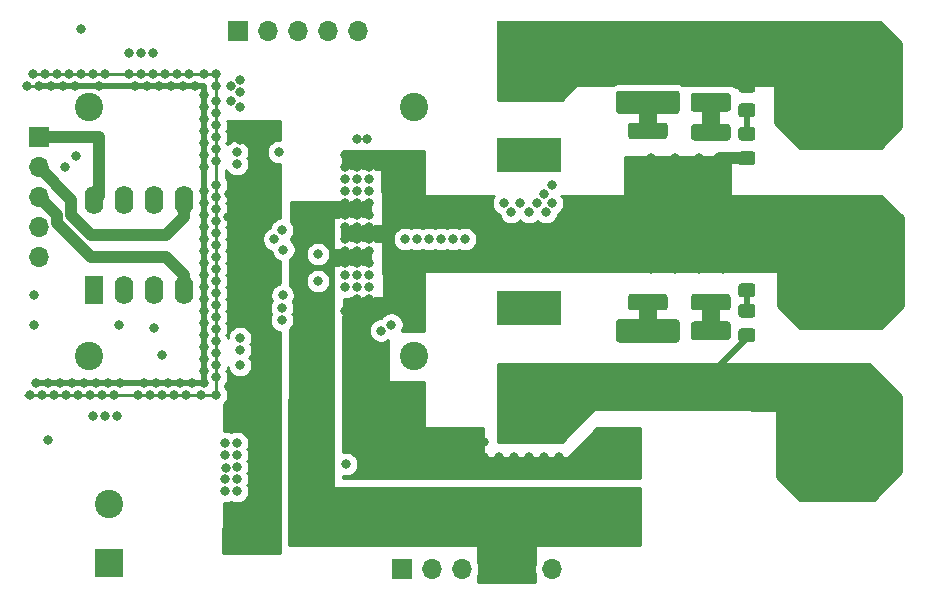
<source format=gbr>
%TF.GenerationSoftware,KiCad,Pcbnew,(5.1.9)-1*%
%TF.CreationDate,2021-11-06T22:46:36-05:00*%
%TF.ProjectId,Discrete_Channel,44697363-7265-4746-955f-4368616e6e65,rev?*%
%TF.SameCoordinates,Original*%
%TF.FileFunction,Copper,L4,Bot*%
%TF.FilePolarity,Positive*%
%FSLAX46Y46*%
G04 Gerber Fmt 4.6, Leading zero omitted, Abs format (unit mm)*
G04 Created by KiCad (PCBNEW (5.1.9)-1) date 2021-11-06 22:46:36*
%MOMM*%
%LPD*%
G01*
G04 APERTURE LIST*
%TA.AperFunction,ComponentPad*%
%ADD10R,2.400000X2.400000*%
%TD*%
%TA.AperFunction,ComponentPad*%
%ADD11C,2.400000*%
%TD*%
%TA.AperFunction,ComponentPad*%
%ADD12R,1.700000X1.700000*%
%TD*%
%TA.AperFunction,ComponentPad*%
%ADD13O,1.700000X1.700000*%
%TD*%
%TA.AperFunction,SMDPad,CuDef*%
%ADD14R,5.400000X2.900000*%
%TD*%
%TA.AperFunction,ComponentPad*%
%ADD15R,1.600000X2.400000*%
%TD*%
%TA.AperFunction,ComponentPad*%
%ADD16O,1.600000X2.400000*%
%TD*%
%TA.AperFunction,ComponentPad*%
%ADD17C,10.160000*%
%TD*%
%TA.AperFunction,ViaPad*%
%ADD18C,0.800000*%
%TD*%
%TA.AperFunction,Conductor*%
%ADD19C,0.250000*%
%TD*%
%TA.AperFunction,Conductor*%
%ADD20C,1.000000*%
%TD*%
%TA.AperFunction,Conductor*%
%ADD21C,0.500000*%
%TD*%
%TA.AperFunction,Conductor*%
%ADD22C,0.254000*%
%TD*%
%TA.AperFunction,Conductor*%
%ADD23C,0.100000*%
%TD*%
G04 APERTURE END LIST*
D10*
%TO.P,C1,1*%
%TO.N,/PVDD*%
X158496000Y-121666000D03*
D11*
%TO.P,C1,2*%
%TO.N,GND*%
X158496000Y-116666000D03*
%TD*%
%TO.P,C2,2*%
%TO.N,GND*%
X173482000Y-116920000D03*
D10*
%TO.P,C2,1*%
%TO.N,/PVDD*%
X173482000Y-121920000D03*
%TD*%
%TO.P,C17,1*%
%TO.N,/+12V*%
X130175000Y-126492000D03*
D11*
%TO.P,C17,2*%
%TO.N,GND*%
X130175000Y-121492000D03*
%TD*%
%TO.P,C32,1*%
%TO.N,/SPEAKER+*%
%TA.AperFunction,SMDPad,CuDef*%
G36*
G01*
X183675000Y-85497000D02*
X184625000Y-85497000D01*
G75*
G02*
X184875000Y-85747000I0J-250000D01*
G01*
X184875000Y-86422000D01*
G75*
G02*
X184625000Y-86672000I-250000J0D01*
G01*
X183675000Y-86672000D01*
G75*
G02*
X183425000Y-86422000I0J250000D01*
G01*
X183425000Y-85747000D01*
G75*
G02*
X183675000Y-85497000I250000J0D01*
G01*
G37*
%TD.AperFunction*%
%TO.P,C32,2*%
%TO.N,Net-(C32-Pad2)*%
%TA.AperFunction,SMDPad,CuDef*%
G36*
G01*
X183675000Y-87572000D02*
X184625000Y-87572000D01*
G75*
G02*
X184875000Y-87822000I0J-250000D01*
G01*
X184875000Y-88497000D01*
G75*
G02*
X184625000Y-88747000I-250000J0D01*
G01*
X183675000Y-88747000D01*
G75*
G02*
X183425000Y-88497000I0J250000D01*
G01*
X183425000Y-87822000D01*
G75*
G02*
X183675000Y-87572000I250000J0D01*
G01*
G37*
%TD.AperFunction*%
%TD*%
%TO.P,C33,1*%
%TO.N,Net-(C32-Pad2)*%
%TA.AperFunction,SMDPad,CuDef*%
G36*
G01*
X183675000Y-89561000D02*
X184625000Y-89561000D01*
G75*
G02*
X184875000Y-89811000I0J-250000D01*
G01*
X184875000Y-90486000D01*
G75*
G02*
X184625000Y-90736000I-250000J0D01*
G01*
X183675000Y-90736000D01*
G75*
G02*
X183425000Y-90486000I0J250000D01*
G01*
X183425000Y-89811000D01*
G75*
G02*
X183675000Y-89561000I250000J0D01*
G01*
G37*
%TD.AperFunction*%
%TO.P,C33,2*%
%TO.N,GND*%
%TA.AperFunction,SMDPad,CuDef*%
G36*
G01*
X183675000Y-91636000D02*
X184625000Y-91636000D01*
G75*
G02*
X184875000Y-91886000I0J-250000D01*
G01*
X184875000Y-92561000D01*
G75*
G02*
X184625000Y-92811000I-250000J0D01*
G01*
X183675000Y-92811000D01*
G75*
G02*
X183425000Y-92561000I0J250000D01*
G01*
X183425000Y-91886000D01*
G75*
G02*
X183675000Y-91636000I250000J0D01*
G01*
G37*
%TD.AperFunction*%
%TD*%
%TO.P,C34,2*%
%TO.N,Net-(C34-Pad2)*%
%TA.AperFunction,SMDPad,CuDef*%
G36*
G01*
X183675000Y-102812000D02*
X184625000Y-102812000D01*
G75*
G02*
X184875000Y-103062000I0J-250000D01*
G01*
X184875000Y-103737000D01*
G75*
G02*
X184625000Y-103987000I-250000J0D01*
G01*
X183675000Y-103987000D01*
G75*
G02*
X183425000Y-103737000I0J250000D01*
G01*
X183425000Y-103062000D01*
G75*
G02*
X183675000Y-102812000I250000J0D01*
G01*
G37*
%TD.AperFunction*%
%TO.P,C34,1*%
%TO.N,GND*%
%TA.AperFunction,SMDPad,CuDef*%
G36*
G01*
X183675000Y-100737000D02*
X184625000Y-100737000D01*
G75*
G02*
X184875000Y-100987000I0J-250000D01*
G01*
X184875000Y-101662000D01*
G75*
G02*
X184625000Y-101912000I-250000J0D01*
G01*
X183675000Y-101912000D01*
G75*
G02*
X183425000Y-101662000I0J250000D01*
G01*
X183425000Y-100987000D01*
G75*
G02*
X183675000Y-100737000I250000J0D01*
G01*
G37*
%TD.AperFunction*%
%TD*%
%TO.P,C35,1*%
%TO.N,Net-(C34-Pad2)*%
%TA.AperFunction,SMDPad,CuDef*%
G36*
G01*
X183675000Y-104547000D02*
X184625000Y-104547000D01*
G75*
G02*
X184875000Y-104797000I0J-250000D01*
G01*
X184875000Y-105472000D01*
G75*
G02*
X184625000Y-105722000I-250000J0D01*
G01*
X183675000Y-105722000D01*
G75*
G02*
X183425000Y-105472000I0J250000D01*
G01*
X183425000Y-104797000D01*
G75*
G02*
X183675000Y-104547000I250000J0D01*
G01*
G37*
%TD.AperFunction*%
%TO.P,C35,2*%
%TO.N,/SPEAKER-*%
%TA.AperFunction,SMDPad,CuDef*%
G36*
G01*
X183675000Y-106622000D02*
X184625000Y-106622000D01*
G75*
G02*
X184875000Y-106872000I0J-250000D01*
G01*
X184875000Y-107547000D01*
G75*
G02*
X184625000Y-107797000I-250000J0D01*
G01*
X183675000Y-107797000D01*
G75*
G02*
X183425000Y-107547000I0J250000D01*
G01*
X183425000Y-106872000D01*
G75*
G02*
X183675000Y-106622000I250000J0D01*
G01*
G37*
%TD.AperFunction*%
%TD*%
%TO.P,C38,1*%
%TO.N,/SPEAKER+*%
%TA.AperFunction,SMDPad,CuDef*%
G36*
G01*
X179651999Y-82419000D02*
X182552001Y-82419000D01*
G75*
G02*
X182802000Y-82668999I0J-249999D01*
G01*
X182802000Y-83744001D01*
G75*
G02*
X182552001Y-83994000I-249999J0D01*
G01*
X179651999Y-83994000D01*
G75*
G02*
X179402000Y-83744001I0J249999D01*
G01*
X179402000Y-82668999D01*
G75*
G02*
X179651999Y-82419000I249999J0D01*
G01*
G37*
%TD.AperFunction*%
%TO.P,C38,2*%
%TO.N,Net-(C38-Pad2)*%
%TA.AperFunction,SMDPad,CuDef*%
G36*
G01*
X179651999Y-86694000D02*
X182552001Y-86694000D01*
G75*
G02*
X182802000Y-86943999I0J-249999D01*
G01*
X182802000Y-88019001D01*
G75*
G02*
X182552001Y-88269000I-249999J0D01*
G01*
X179651999Y-88269000D01*
G75*
G02*
X179402000Y-88019001I0J249999D01*
G01*
X179402000Y-86943999D01*
G75*
G02*
X179651999Y-86694000I249999J0D01*
G01*
G37*
%TD.AperFunction*%
%TD*%
%TO.P,C39,2*%
%TO.N,/SPEAKER-*%
%TA.AperFunction,SMDPad,CuDef*%
G36*
G01*
X179651999Y-110316000D02*
X182552001Y-110316000D01*
G75*
G02*
X182802000Y-110565999I0J-249999D01*
G01*
X182802000Y-111641001D01*
G75*
G02*
X182552001Y-111891000I-249999J0D01*
G01*
X179651999Y-111891000D01*
G75*
G02*
X179402000Y-111641001I0J249999D01*
G01*
X179402000Y-110565999D01*
G75*
G02*
X179651999Y-110316000I249999J0D01*
G01*
G37*
%TD.AperFunction*%
%TO.P,C39,1*%
%TO.N,Net-(C39-Pad1)*%
%TA.AperFunction,SMDPad,CuDef*%
G36*
G01*
X179651999Y-106041000D02*
X182552001Y-106041000D01*
G75*
G02*
X182802000Y-106290999I0J-249999D01*
G01*
X182802000Y-107366001D01*
G75*
G02*
X182552001Y-107616000I-249999J0D01*
G01*
X179651999Y-107616000D01*
G75*
G02*
X179402000Y-107366001I0J249999D01*
G01*
X179402000Y-106290999D01*
G75*
G02*
X179651999Y-106041000I249999J0D01*
G01*
G37*
%TD.AperFunction*%
%TD*%
D12*
%TO.P,J1,1*%
%TO.N,/~FAULT*%
X141097000Y-81407000D03*
D13*
%TO.P,J1,2*%
%TO.N,/~RESET*%
X143637000Y-81407000D03*
%TO.P,J1,3*%
%TO.N,/OSC_IOM*%
X146177000Y-81407000D03*
%TO.P,J1,4*%
%TO.N,/OSC_IOP*%
X148717000Y-81407000D03*
%TO.P,J1,5*%
%TO.N,/~ERROR*%
X151257000Y-81407000D03*
%TD*%
%TO.P,J3,5*%
%TO.N,/IN_A*%
X124206000Y-100584000D03*
%TO.P,J3,4*%
%TO.N,/IN_B*%
X124206000Y-98044000D03*
%TO.P,J3,3*%
%TO.N,VEE*%
X124206000Y-95504000D03*
%TO.P,J3,2*%
%TO.N,GNDA*%
X124206000Y-92964000D03*
D12*
%TO.P,J3,1*%
%TO.N,VCC*%
X124206000Y-90424000D03*
%TD*%
D14*
%TO.P,L3,2*%
%TO.N,/SPEAKER+*%
X165735000Y-82045000D03*
%TO.P,L3,1*%
%TO.N,/OUT_D*%
X165735000Y-91945000D03*
%TD*%
%TO.P,L5,2*%
%TO.N,/SPEAKER-*%
X165735000Y-114805000D03*
%TO.P,L5,1*%
%TO.N,/OUT_A*%
X165735000Y-104905000D03*
%TD*%
D12*
%TO.P,J2,1*%
%TO.N,GND*%
X154940000Y-127000000D03*
D13*
%TO.P,J2,2*%
%TO.N,/+12V*%
X157480000Y-127000000D03*
%TO.P,J2,3*%
X160020000Y-127000000D03*
%TO.P,J2,4*%
%TO.N,/PVDD*%
X162560000Y-127000000D03*
%TO.P,J2,5*%
X165100000Y-127000000D03*
%TO.P,J2,6*%
%TO.N,GND*%
X167640000Y-127000000D03*
%TD*%
D11*
%TO.P,C20,1*%
%TO.N,Net-(C20-Pad1)*%
X155956000Y-108966000D03*
%TO.P,C20,2*%
%TO.N,/FB_A*%
X128456000Y-108966000D03*
%TD*%
%TO.P,C21,2*%
%TO.N,/FB_B*%
X128456000Y-87884000D03*
%TO.P,C21,1*%
%TO.N,Net-(C21-Pad1)*%
X155956000Y-87884000D03*
%TD*%
%TO.P,C36,1*%
%TO.N,/SPEAKER+*%
%TA.AperFunction,SMDPad,CuDef*%
G36*
G01*
X173317998Y-81211000D02*
X178218002Y-81211000D01*
G75*
G02*
X178468000Y-81460998I0J-249998D01*
G01*
X178468000Y-82936002D01*
G75*
G02*
X178218002Y-83186000I-249998J0D01*
G01*
X173317998Y-83186000D01*
G75*
G02*
X173068000Y-82936002I0J249998D01*
G01*
X173068000Y-81460998D01*
G75*
G02*
X173317998Y-81211000I249998J0D01*
G01*
G37*
%TD.AperFunction*%
%TO.P,C36,2*%
%TO.N,Net-(C36-Pad2)*%
%TA.AperFunction,SMDPad,CuDef*%
G36*
G01*
X173317998Y-86486000D02*
X178218002Y-86486000D01*
G75*
G02*
X178468000Y-86735998I0J-249998D01*
G01*
X178468000Y-88211002D01*
G75*
G02*
X178218002Y-88461000I-249998J0D01*
G01*
X173317998Y-88461000D01*
G75*
G02*
X173068000Y-88211002I0J249998D01*
G01*
X173068000Y-86735998D01*
G75*
G02*
X173317998Y-86486000I249998J0D01*
G01*
G37*
%TD.AperFunction*%
%TD*%
%TO.P,C37,2*%
%TO.N,/SPEAKER-*%
%TA.AperFunction,SMDPad,CuDef*%
G36*
G01*
X173317998Y-111124000D02*
X178218002Y-111124000D01*
G75*
G02*
X178468000Y-111373998I0J-249998D01*
G01*
X178468000Y-112849002D01*
G75*
G02*
X178218002Y-113099000I-249998J0D01*
G01*
X173317998Y-113099000D01*
G75*
G02*
X173068000Y-112849002I0J249998D01*
G01*
X173068000Y-111373998D01*
G75*
G02*
X173317998Y-111124000I249998J0D01*
G01*
G37*
%TD.AperFunction*%
%TO.P,C37,1*%
%TO.N,Net-(C37-Pad1)*%
%TA.AperFunction,SMDPad,CuDef*%
G36*
G01*
X173317998Y-105849000D02*
X178218002Y-105849000D01*
G75*
G02*
X178468000Y-106098998I0J-249998D01*
G01*
X178468000Y-107574002D01*
G75*
G02*
X178218002Y-107824000I-249998J0D01*
G01*
X173317998Y-107824000D01*
G75*
G02*
X173068000Y-107574002I0J249998D01*
G01*
X173068000Y-106098998D01*
G75*
G02*
X173317998Y-105849000I249998J0D01*
G01*
G37*
%TD.AperFunction*%
%TD*%
%TO.P,R13,2*%
%TO.N,GND*%
%TA.AperFunction,SMDPad,CuDef*%
G36*
G01*
X174342999Y-95298000D02*
X177193001Y-95298000D01*
G75*
G02*
X177443000Y-95547999I0J-249999D01*
G01*
X177443000Y-96448001D01*
G75*
G02*
X177193001Y-96698000I-249999J0D01*
G01*
X174342999Y-96698000D01*
G75*
G02*
X174093000Y-96448001I0J249999D01*
G01*
X174093000Y-95547999D01*
G75*
G02*
X174342999Y-95298000I249999J0D01*
G01*
G37*
%TD.AperFunction*%
%TO.P,R13,1*%
%TO.N,Net-(C36-Pad2)*%
%TA.AperFunction,SMDPad,CuDef*%
G36*
G01*
X174342999Y-89198000D02*
X177193001Y-89198000D01*
G75*
G02*
X177443000Y-89447999I0J-249999D01*
G01*
X177443000Y-90348001D01*
G75*
G02*
X177193001Y-90598000I-249999J0D01*
G01*
X174342999Y-90598000D01*
G75*
G02*
X174093000Y-90348001I0J249999D01*
G01*
X174093000Y-89447999D01*
G75*
G02*
X174342999Y-89198000I249999J0D01*
G01*
G37*
%TD.AperFunction*%
%TD*%
%TO.P,R14,1*%
%TO.N,GND*%
%TA.AperFunction,SMDPad,CuDef*%
G36*
G01*
X174342999Y-97596000D02*
X177193001Y-97596000D01*
G75*
G02*
X177443000Y-97845999I0J-249999D01*
G01*
X177443000Y-98746001D01*
G75*
G02*
X177193001Y-98996000I-249999J0D01*
G01*
X174342999Y-98996000D01*
G75*
G02*
X174093000Y-98746001I0J249999D01*
G01*
X174093000Y-97845999D01*
G75*
G02*
X174342999Y-97596000I249999J0D01*
G01*
G37*
%TD.AperFunction*%
%TO.P,R14,2*%
%TO.N,Net-(C37-Pad1)*%
%TA.AperFunction,SMDPad,CuDef*%
G36*
G01*
X174342999Y-103696000D02*
X177193001Y-103696000D01*
G75*
G02*
X177443000Y-103945999I0J-249999D01*
G01*
X177443000Y-104846001D01*
G75*
G02*
X177193001Y-105096000I-249999J0D01*
G01*
X174342999Y-105096000D01*
G75*
G02*
X174093000Y-104846001I0J249999D01*
G01*
X174093000Y-103945999D01*
G75*
G02*
X174342999Y-103696000I249999J0D01*
G01*
G37*
%TD.AperFunction*%
%TD*%
%TO.P,R15,1*%
%TO.N,GND*%
%TA.AperFunction,SMDPad,CuDef*%
G36*
G01*
X182527001Y-96825000D02*
X179676999Y-96825000D01*
G75*
G02*
X179427000Y-96575001I0J249999D01*
G01*
X179427000Y-95674999D01*
G75*
G02*
X179676999Y-95425000I249999J0D01*
G01*
X182527001Y-95425000D01*
G75*
G02*
X182777000Y-95674999I0J-249999D01*
G01*
X182777000Y-96575001D01*
G75*
G02*
X182527001Y-96825000I-249999J0D01*
G01*
G37*
%TD.AperFunction*%
%TO.P,R15,2*%
%TO.N,Net-(C38-Pad2)*%
%TA.AperFunction,SMDPad,CuDef*%
G36*
G01*
X182527001Y-90725000D02*
X179676999Y-90725000D01*
G75*
G02*
X179427000Y-90475001I0J249999D01*
G01*
X179427000Y-89574999D01*
G75*
G02*
X179676999Y-89325000I249999J0D01*
G01*
X182527001Y-89325000D01*
G75*
G02*
X182777000Y-89574999I0J-249999D01*
G01*
X182777000Y-90475001D01*
G75*
G02*
X182527001Y-90725000I-249999J0D01*
G01*
G37*
%TD.AperFunction*%
%TD*%
%TO.P,R16,2*%
%TO.N,GND*%
%TA.AperFunction,SMDPad,CuDef*%
G36*
G01*
X182527001Y-98998000D02*
X179676999Y-98998000D01*
G75*
G02*
X179427000Y-98748001I0J249999D01*
G01*
X179427000Y-97847999D01*
G75*
G02*
X179676999Y-97598000I249999J0D01*
G01*
X182527001Y-97598000D01*
G75*
G02*
X182777000Y-97847999I0J-249999D01*
G01*
X182777000Y-98748001D01*
G75*
G02*
X182527001Y-98998000I-249999J0D01*
G01*
G37*
%TD.AperFunction*%
%TO.P,R16,1*%
%TO.N,Net-(C39-Pad1)*%
%TA.AperFunction,SMDPad,CuDef*%
G36*
G01*
X182527001Y-105098000D02*
X179676999Y-105098000D01*
G75*
G02*
X179427000Y-104848001I0J249999D01*
G01*
X179427000Y-103947999D01*
G75*
G02*
X179676999Y-103698000I249999J0D01*
G01*
X182527001Y-103698000D01*
G75*
G02*
X182777000Y-103947999I0J-249999D01*
G01*
X182777000Y-104848001D01*
G75*
G02*
X182527001Y-105098000I-249999J0D01*
G01*
G37*
%TD.AperFunction*%
%TD*%
D15*
%TO.P,U2,1*%
%TO.N,/FB_A*%
X128905000Y-103378000D03*
D16*
%TO.P,U2,5*%
%TO.N,GNDA*%
X136525000Y-95758000D03*
%TO.P,U2,2*%
%TO.N,Net-(C19-Pad1)*%
X131445000Y-103378000D03*
%TO.P,U2,6*%
%TO.N,Net-(C18-Pad1)*%
X133985000Y-95758000D03*
%TO.P,U2,3*%
%TO.N,GNDA*%
X133985000Y-103378000D03*
%TO.P,U2,7*%
%TO.N,/FB_B*%
X131445000Y-95758000D03*
%TO.P,U2,4*%
%TO.N,VEE*%
X136525000Y-103378000D03*
%TO.P,U2,8*%
%TO.N,VCC*%
X128905000Y-95758000D03*
%TD*%
D17*
%TO.P,J4,1*%
%TO.N,/SPEAKER+*%
X191897000Y-86106000D03*
%TO.P,J4,3*%
%TO.N,/SPEAKER-*%
X191897000Y-116076000D03*
%TO.P,J4,2*%
%TO.N,GND*%
X191897000Y-101096000D03*
%TD*%
D18*
%TO.N,GNDA*%
X123190000Y-86106000D03*
X124206000Y-86106000D03*
X125222000Y-86106000D03*
X126238000Y-86106000D03*
X127254000Y-86106000D03*
X129286000Y-86106000D03*
X132334000Y-86106000D03*
X133350000Y-86106000D03*
X134366000Y-86106000D03*
X135382000Y-86106000D03*
X136398000Y-86106000D03*
X137414000Y-86106000D03*
X138176000Y-86868000D03*
X138176000Y-87884000D03*
X138176000Y-88900000D03*
X138176000Y-89916000D03*
X138176000Y-90932000D03*
X138176000Y-91948000D03*
X138176000Y-94996000D03*
X138176000Y-96012000D03*
X138176000Y-97028000D03*
X138176000Y-98044000D03*
X138176000Y-99060000D03*
X138176000Y-100076000D03*
X138176000Y-101092000D03*
X138176000Y-102108000D03*
X138176000Y-103124000D03*
X138176000Y-104140000D03*
X138176000Y-105156000D03*
X138176000Y-106172000D03*
X138176000Y-107188000D03*
X138176000Y-108204000D03*
X138176000Y-109220000D03*
X138176000Y-110236000D03*
X138176000Y-111252000D03*
X137160000Y-111252000D03*
X136144000Y-111252000D03*
X135128000Y-111252000D03*
X134112000Y-111252000D03*
X133096000Y-111252000D03*
X131064000Y-111252000D03*
X130048000Y-111252000D03*
X129032000Y-111252000D03*
X128016000Y-111252000D03*
X127000000Y-111252000D03*
X125984000Y-111252000D03*
X124968000Y-111252000D03*
X123952000Y-111252000D03*
%TO.N,*%
X123444000Y-112268000D03*
X124460000Y-112268000D03*
X125476000Y-112268000D03*
X126492000Y-112268000D03*
X127508000Y-112268000D03*
X128524000Y-112268000D03*
X129540000Y-112268000D03*
X130556000Y-112268000D03*
X132588000Y-112268000D03*
X133604000Y-112268000D03*
X134620000Y-112268000D03*
X135636000Y-112268000D03*
X136652000Y-112268000D03*
X137922000Y-112268000D03*
X139192000Y-112268000D03*
X139192000Y-110744000D03*
X139192000Y-109728000D03*
X139192000Y-108712000D03*
X139192000Y-106680000D03*
X139192000Y-107696000D03*
X139192000Y-105664000D03*
X139192000Y-104648000D03*
X139192000Y-103632000D03*
X139192000Y-102616000D03*
X139192000Y-101600000D03*
X139192000Y-100584000D03*
X139192000Y-99568000D03*
X139192000Y-98552000D03*
X139192000Y-97536000D03*
X139192000Y-96520000D03*
X139192000Y-95504000D03*
X139192000Y-94488000D03*
X139192000Y-92456000D03*
X139192000Y-91440000D03*
X139192000Y-90424000D03*
X139192000Y-89408000D03*
X139192000Y-88392000D03*
X139192000Y-87376000D03*
X139192000Y-86106000D03*
X138176000Y-85090000D03*
X136906000Y-85090000D03*
X135890000Y-85090000D03*
X134874000Y-85090000D03*
X133858000Y-85090000D03*
X132842000Y-85090000D03*
X131826000Y-85090000D03*
X128778000Y-85090000D03*
X127762000Y-85090000D03*
X126746000Y-85090000D03*
X125730000Y-85090000D03*
X124714000Y-85090000D03*
X123698000Y-85090000D03*
X139192000Y-85090000D03*
X129794000Y-85090000D03*
%TO.N,GNDA*%
X138176000Y-92964000D03*
X124968000Y-116078000D03*
X127762000Y-81280000D03*
%TO.N,/+12V*%
X139954000Y-117348000D03*
X139954000Y-116332000D03*
X140970000Y-116332000D03*
X140970000Y-117348000D03*
X140970000Y-118364000D03*
%TO.N,/OUT_D*%
X152019000Y-90551000D03*
X151130000Y-90551000D03*
%TO.N,/OUT_A*%
X154051000Y-106299000D03*
X153162000Y-106807000D03*
%TO.N,/OUT_B*%
X160274000Y-99060000D03*
X159258000Y-99060000D03*
X167005000Y-95250000D03*
X164211000Y-96774000D03*
X165735000Y-96774000D03*
X167132000Y-96774000D03*
X167640000Y-94488000D03*
X167640000Y-96012000D03*
X166370000Y-96012000D03*
X164973000Y-96012000D03*
X163576000Y-96012000D03*
%TO.N,/OUT_A*%
X167005000Y-104902000D03*
X165735000Y-104902000D03*
X164465000Y-104902000D03*
%TO.N,/SPEAKER+*%
X177038000Y-81534000D03*
X180848000Y-83058000D03*
X178308000Y-81534000D03*
X179578000Y-81534000D03*
X178308000Y-83058000D03*
X180848000Y-81534000D03*
X179578000Y-83058000D03*
X177038000Y-83058000D03*
X180340000Y-82296000D03*
X177800000Y-82296000D03*
X179070000Y-82296000D03*
%TO.N,/SPEAKER-*%
X177038000Y-110744000D03*
X180848000Y-112268000D03*
X178308000Y-110744000D03*
X179578000Y-110744000D03*
X178308000Y-112268000D03*
X180848000Y-110744000D03*
X179578000Y-112268000D03*
X177038000Y-112268000D03*
X180340000Y-111506000D03*
X177800000Y-111506000D03*
X179070000Y-111506000D03*
X163830000Y-110236000D03*
X167640000Y-111760000D03*
X165100000Y-110236000D03*
X166370000Y-110236000D03*
X165100000Y-111760000D03*
X167640000Y-110236000D03*
X166370000Y-111760000D03*
X163830000Y-111760000D03*
X167132000Y-110998000D03*
X164592000Y-110998000D03*
X165862000Y-110998000D03*
%TO.N,/SPEAKER+*%
X167640000Y-86614000D03*
X165100000Y-85090000D03*
X166370000Y-85090000D03*
X165100000Y-86614000D03*
X167640000Y-85090000D03*
X166370000Y-86614000D03*
X163830000Y-86614000D03*
X167132000Y-85852000D03*
X164592000Y-85852000D03*
X165862000Y-85852000D03*
%TO.N,/OUT_D*%
X167132000Y-91948000D03*
X165862000Y-91948000D03*
X164592000Y-91948000D03*
%TO.N,GND*%
X176022000Y-101600000D03*
X180086000Y-100076000D03*
X178054000Y-101600000D03*
X178054000Y-100076000D03*
X180086000Y-101600000D03*
X181102000Y-100838000D03*
X182118000Y-100076000D03*
X182118000Y-101600000D03*
X177038000Y-100838000D03*
X176022000Y-100076000D03*
X179070000Y-100838000D03*
X176022000Y-92202000D03*
X178054000Y-92202000D03*
X180086000Y-92202000D03*
X182118000Y-92202000D03*
X180086000Y-93726000D03*
X178054000Y-93726000D03*
X181102000Y-92964000D03*
X179070000Y-92964000D03*
X177038000Y-92964000D03*
X176022000Y-93726000D03*
X141224000Y-105918000D03*
X141224000Y-104902000D03*
X141732000Y-102616000D03*
X142240000Y-101854000D03*
X140970000Y-100711000D03*
X140462000Y-99949000D03*
X140208000Y-97155000D03*
X140843000Y-96393000D03*
X140335000Y-95250000D03*
X140716000Y-94488000D03*
X140716000Y-89662000D03*
X141224000Y-90678000D03*
%TO.N,/+12V*%
X141224000Y-86614000D03*
X141224000Y-85598000D03*
X141224000Y-87884000D03*
X140462000Y-86106000D03*
X140462000Y-87376000D03*
X141224000Y-107442000D03*
X141224000Y-109728000D03*
X141224000Y-108458000D03*
X139954000Y-119380000D03*
X139954000Y-120396000D03*
X140970000Y-120396000D03*
X140970000Y-119380000D03*
%TO.N,/PVDD*%
X152146000Y-96012000D03*
X151130000Y-97028000D03*
X152146000Y-97028000D03*
X150114000Y-97028000D03*
X150114000Y-96012000D03*
X151130000Y-96012000D03*
X152146000Y-101092000D03*
X150114000Y-101092000D03*
X152146000Y-100076000D03*
X151130000Y-101092000D03*
X151130000Y-100076000D03*
X150114000Y-100076000D03*
%TO.N,GND*%
X151130000Y-105156000D03*
X150114000Y-105156000D03*
X152146000Y-98044000D03*
X151130000Y-98044000D03*
X150114000Y-98044000D03*
X150114000Y-99060000D03*
X151130000Y-99060000D03*
X152146000Y-99060000D03*
X151130000Y-91948000D03*
X150114000Y-91948000D03*
X151130000Y-104140000D03*
X152146000Y-105156000D03*
X151130000Y-92964000D03*
X152146000Y-92964000D03*
X150114000Y-92964000D03*
X152146000Y-91948000D03*
X152146000Y-104140000D03*
X182118000Y-93726000D03*
X142875000Y-120015000D03*
X144145000Y-120015000D03*
X144145000Y-121285000D03*
X142875000Y-121285000D03*
X142875000Y-122555000D03*
X144145000Y-122555000D03*
X142875000Y-123825000D03*
X144145000Y-123825000D03*
X144145000Y-125095000D03*
X142875000Y-125095000D03*
X141605000Y-123825000D03*
X141605000Y-125095000D03*
X141605000Y-122555000D03*
X140335000Y-122555000D03*
X140335000Y-123825000D03*
X140335000Y-125095000D03*
X154305000Y-118745000D03*
X155575000Y-118745000D03*
X156845000Y-118745000D03*
X158115000Y-118745000D03*
X159385000Y-118745000D03*
X160655000Y-118745000D03*
X161925000Y-118745000D03*
X163195000Y-118745000D03*
X164465000Y-118745000D03*
X165735000Y-118745000D03*
X167005000Y-118745000D03*
X168275000Y-118745000D03*
X169545000Y-118745000D03*
X170815000Y-118745000D03*
X172085000Y-118745000D03*
X173355000Y-118745000D03*
X174625000Y-118745000D03*
X170815000Y-117475000D03*
X169545000Y-117475000D03*
X168275000Y-117475000D03*
X167005000Y-117475000D03*
X165735000Y-117475000D03*
X164465000Y-117475000D03*
X163195000Y-117475000D03*
X161925000Y-117475000D03*
X160655000Y-117475000D03*
X160655000Y-116205000D03*
X161925000Y-116205000D03*
X156845000Y-116205000D03*
X156845000Y-117475000D03*
X155575000Y-117475000D03*
X155575000Y-116205000D03*
X170815000Y-116205000D03*
X150495000Y-111760000D03*
X151765000Y-111760000D03*
%TO.N,VCC*%
X129286000Y-93980000D03*
X129286000Y-92837000D03*
X129286000Y-91694000D03*
X129286000Y-90551000D03*
%TO.N,Net-(C14-Pad2)*%
X144780000Y-104902000D03*
X144780000Y-105918000D03*
X150238000Y-118110000D03*
%TO.N,/+12V*%
X140019000Y-118429000D03*
%TO.N,Net-(C19-Pad1)*%
X130958500Y-106299000D03*
X123841000Y-106299000D03*
X123841000Y-103759000D03*
%TO.N,/FB_A*%
X131826000Y-83333500D03*
X133874000Y-83312000D03*
X132842000Y-83312000D03*
%TO.N,/FB_B*%
X130826000Y-114046000D03*
X129794000Y-114046000D03*
X128778000Y-114024500D03*
%TO.N,Net-(C20-Pad1)*%
X147828000Y-102616000D03*
%TO.N,Net-(C21-Pad1)*%
X147828000Y-100330000D03*
%TO.N,/OUT_A*%
X163830000Y-104140000D03*
X167640000Y-104140000D03*
X166370000Y-104140000D03*
X165100000Y-104140000D03*
X152146000Y-103124000D03*
X163830000Y-105664000D03*
X150114000Y-103124000D03*
X165100000Y-105664000D03*
X167640000Y-105664000D03*
X151130000Y-102108000D03*
X150114000Y-102108000D03*
X151130000Y-103124000D03*
X152146000Y-102108000D03*
X166370000Y-105664000D03*
%TO.N,/OUT_B*%
X155194000Y-99060000D03*
X156210000Y-99060000D03*
X157226000Y-99060000D03*
X158242000Y-99060000D03*
%TO.N,/OUT_D*%
X152146000Y-93980000D03*
X152146000Y-94996000D03*
X151130000Y-94996000D03*
X151130000Y-93980000D03*
X150114000Y-94996000D03*
X150114000Y-93980000D03*
X165100000Y-91186000D03*
X166370000Y-91186000D03*
X167640000Y-91186000D03*
X165100000Y-92710000D03*
X166370000Y-92710000D03*
X167640000Y-92710000D03*
X163830000Y-91186000D03*
X163830000Y-92710000D03*
%TO.N,/OSC_IOP*%
X144145000Y-99060000D03*
%TO.N,/OSC_IOM*%
X144907000Y-99949000D03*
%TO.N,/~ERROR*%
X144526000Y-91694000D03*
%TO.N,/~FAULT*%
X140970000Y-91694000D03*
%TO.N,/~RESET*%
X140970000Y-92710000D03*
%TO.N,GNDA*%
X127381000Y-92036500D03*
X126453500Y-92964000D03*
X134598500Y-108839000D03*
X133985000Y-106553000D03*
%TO.N,/DVDD*%
X144780000Y-98298000D03*
X144840942Y-103819942D03*
%TD*%
D19*
%TO.N,GNDA*%
X123032010Y-86106000D02*
X123190000Y-86106000D01*
X138176000Y-86106000D02*
X138176000Y-86868000D01*
X138176000Y-103718004D02*
X138176000Y-104140000D01*
X138176000Y-111252000D02*
X138176000Y-111252000D01*
%TO.N,*%
X139192000Y-99060000D02*
X139192000Y-98552000D01*
X123032010Y-112268000D02*
X123444000Y-112268000D01*
X138938000Y-85090000D02*
X138176000Y-85090000D01*
X139192000Y-112268000D02*
X139192000Y-112268000D01*
%TO.N,GNDA*%
X123190000Y-86106000D02*
X124206000Y-86106000D01*
X124206000Y-86106000D02*
X125222000Y-86106000D01*
X125222000Y-86106000D02*
X126238000Y-86106000D01*
X126238000Y-86106000D02*
X127254000Y-86106000D01*
X127254000Y-86106000D02*
X128270000Y-86106000D01*
X128270000Y-86106000D02*
X129286000Y-86106000D01*
X129286000Y-86106000D02*
X130302000Y-86106000D01*
X130302000Y-86106000D02*
X131572000Y-86106000D01*
X131572000Y-86106000D02*
X132334000Y-86106000D01*
X132334000Y-86106000D02*
X133350000Y-86106000D01*
X133350000Y-86106000D02*
X134366000Y-86106000D01*
X134366000Y-86106000D02*
X135382000Y-86106000D01*
X135382000Y-86106000D02*
X136398000Y-86106000D01*
X136398000Y-86106000D02*
X137414000Y-86106000D01*
X137414000Y-86106000D02*
X138176000Y-86106000D01*
X138176000Y-86868000D02*
X138176000Y-87884000D01*
X138176000Y-87884000D02*
X138176000Y-88900000D01*
X138176000Y-88900000D02*
X138176000Y-89916000D01*
X138176000Y-89916000D02*
X138176000Y-90932000D01*
X138176000Y-90932000D02*
X138176000Y-91948000D01*
X138176000Y-94996000D02*
X138176000Y-96012000D01*
X138176000Y-96012000D02*
X138176000Y-97028000D01*
X138176000Y-97028000D02*
X138176000Y-98044000D01*
X138176000Y-98044000D02*
X138176000Y-99060000D01*
X138176000Y-99060000D02*
X138176000Y-100076000D01*
X138176000Y-100076000D02*
X138176000Y-101092000D01*
X138176000Y-101092000D02*
X138176000Y-102108000D01*
X138176000Y-102108000D02*
X138176000Y-103124000D01*
X138176000Y-103124000D02*
X138176000Y-103718004D01*
X138176000Y-104140000D02*
X138176000Y-105156000D01*
X138176000Y-105156000D02*
X138176000Y-106172000D01*
X138176000Y-106172000D02*
X138176000Y-107188000D01*
X138176000Y-107188000D02*
X138176000Y-108204000D01*
X138176000Y-108204000D02*
X138176000Y-109220000D01*
X138176000Y-109220000D02*
X138176000Y-110236000D01*
X138176000Y-110236000D02*
X138176000Y-111252000D01*
X138176000Y-111252000D02*
X137160000Y-111252000D01*
X137160000Y-111252000D02*
X136144000Y-111252000D01*
X136144000Y-111252000D02*
X135128000Y-111252000D01*
X135128000Y-111252000D02*
X134112000Y-111252000D01*
X134112000Y-111252000D02*
X133096000Y-111252000D01*
X133096000Y-111252000D02*
X132080000Y-111252000D01*
X132080000Y-111252000D02*
X131064000Y-111252000D01*
X131064000Y-111252000D02*
X130048000Y-111252000D01*
X130048000Y-111252000D02*
X129032000Y-111252000D01*
X129032000Y-111252000D02*
X128016000Y-111252000D01*
X128016000Y-111252000D02*
X127000000Y-111252000D01*
X127000000Y-111252000D02*
X125984000Y-111252000D01*
X125984000Y-111252000D02*
X124968000Y-111252000D01*
X124968000Y-111252000D02*
X123952000Y-111252000D01*
%TO.N,*%
X123444000Y-112268000D02*
X124460000Y-112268000D01*
X124460000Y-112268000D02*
X125476000Y-112268000D01*
X125476000Y-112268000D02*
X126492000Y-112268000D01*
X126492000Y-112268000D02*
X127508000Y-112268000D01*
X127508000Y-112268000D02*
X128524000Y-112268000D01*
X128524000Y-112268000D02*
X129540000Y-112268000D01*
X129540000Y-112268000D02*
X130556000Y-112268000D01*
X130556000Y-112268000D02*
X131572000Y-112268000D01*
X131572000Y-112268000D02*
X132588000Y-112268000D01*
X132588000Y-112268000D02*
X133604000Y-112268000D01*
X133604000Y-112268000D02*
X134620000Y-112268000D01*
X134620000Y-112268000D02*
X135636000Y-112268000D01*
X135636000Y-112268000D02*
X136652000Y-112268000D01*
X136652000Y-112268000D02*
X137668000Y-112268000D01*
X137668000Y-112268000D02*
X138938000Y-112268000D01*
X139192000Y-112014000D02*
X139192000Y-110744000D01*
X139192000Y-110744000D02*
X139192000Y-109728000D01*
X139192000Y-109728000D02*
X139192000Y-108712000D01*
X139192000Y-108712000D02*
X139192000Y-107696000D01*
X139192000Y-106680000D02*
X139192000Y-105664000D01*
X139192000Y-107696000D02*
X139192000Y-106680000D01*
X139192000Y-105664000D02*
X139192000Y-104648000D01*
X139192000Y-104648000D02*
X139192000Y-103632000D01*
X139192000Y-103632000D02*
X139192000Y-102616000D01*
X139192000Y-102616000D02*
X139192000Y-101600000D01*
X139192000Y-101600000D02*
X139192000Y-100584000D01*
X139192000Y-100584000D02*
X139192000Y-99568000D01*
X139192000Y-99568000D02*
X139192000Y-99060000D01*
X139192000Y-98552000D02*
X139192000Y-97536000D01*
X139192000Y-97536000D02*
X139192000Y-96520000D01*
X139192000Y-96520000D02*
X139192000Y-95504000D01*
X139192000Y-95504000D02*
X139192000Y-94488000D01*
X139192000Y-92456000D02*
X139192000Y-91440000D01*
X139192000Y-91440000D02*
X139192000Y-90424000D01*
X139192000Y-90424000D02*
X139192000Y-89408000D01*
X139192000Y-89408000D02*
X139192000Y-88392000D01*
X139192000Y-88392000D02*
X139192000Y-87376000D01*
X139192000Y-87376000D02*
X139192000Y-86106000D01*
X139192000Y-86106000D02*
X139192000Y-85344000D01*
X138176000Y-85090000D02*
X136906000Y-85090000D01*
X136906000Y-85090000D02*
X135890000Y-85090000D01*
X135890000Y-85090000D02*
X134874000Y-85090000D01*
X134874000Y-85090000D02*
X133858000Y-85090000D01*
X133858000Y-85090000D02*
X132842000Y-85090000D01*
X132842000Y-85090000D02*
X131826000Y-85090000D01*
X131826000Y-85090000D02*
X130810000Y-85090000D01*
X130810000Y-85090000D02*
X129794000Y-85090000D01*
X129794000Y-85090000D02*
X128778000Y-85090000D01*
X128778000Y-85090000D02*
X127762000Y-85090000D01*
X127762000Y-85090000D02*
X126746000Y-85090000D01*
X126746000Y-85090000D02*
X125730000Y-85090000D01*
X125730000Y-85090000D02*
X124714000Y-85090000D01*
X124714000Y-85090000D02*
X123698000Y-85090000D01*
%TO.N,GNDA*%
X138176000Y-91948000D02*
X138176000Y-94996000D01*
%TO.N,*%
X139192000Y-92456000D02*
X139192000Y-94488000D01*
D20*
%TO.N,GND*%
X181588500Y-101324500D02*
X181102000Y-100838000D01*
X184150000Y-101324500D02*
X181588500Y-101324500D01*
X181842500Y-92223500D02*
X181102000Y-92964000D01*
X184150000Y-92223500D02*
X181842500Y-92223500D01*
D21*
X150495000Y-111760000D02*
X151765000Y-111760000D01*
D20*
%TO.N,VCC*%
X124206000Y-90424000D02*
X129286000Y-90424000D01*
X129286000Y-95377000D02*
X128905000Y-95758000D01*
X129286000Y-91059000D02*
X129286000Y-90424000D01*
X129286000Y-91059000D02*
X129286000Y-95377000D01*
%TO.N,VEE*%
X136525000Y-103378000D02*
X136525000Y-102108000D01*
X136525000Y-102108000D02*
X135001000Y-100584000D01*
X135001000Y-100584000D02*
X128651000Y-100584000D01*
X125756001Y-97689001D02*
X125756001Y-97054001D01*
X125756001Y-97054001D02*
X124206000Y-95504000D01*
X128651000Y-100584000D02*
X125756001Y-97689001D01*
D21*
%TO.N,Net-(C19-Pad1)*%
X131445000Y-103013000D02*
X131445000Y-103378000D01*
X131445000Y-103140000D02*
X131445000Y-103378000D01*
D19*
%TO.N,/OUT_D*%
X165735000Y-91821000D02*
X165100000Y-92456000D01*
X165735000Y-91945000D02*
X165735000Y-92069000D01*
X165735000Y-91821000D02*
X166370000Y-92456000D01*
X166881000Y-91945000D02*
X167640000Y-92704000D01*
X165735000Y-92075000D02*
X165100000Y-91440000D01*
X165735000Y-91945000D02*
X165735000Y-91815000D01*
X165735000Y-92075000D02*
X166370000Y-91440000D01*
X166875000Y-91945000D02*
X167640000Y-91180000D01*
X165735000Y-91945000D02*
X166875000Y-91945000D01*
X165735000Y-91945000D02*
X166881000Y-91945000D01*
X165735000Y-91945000D02*
X164589000Y-91945000D01*
X164589000Y-91945000D02*
X163830000Y-92704000D01*
%TO.N,/SPEAKER+*%
X176776000Y-83206500D02*
X175768000Y-82198500D01*
X181102000Y-83206500D02*
X176776000Y-83206500D01*
X165888500Y-82198500D02*
X165735000Y-82045000D01*
X175768000Y-82198500D02*
X165888500Y-82198500D01*
D21*
X184150000Y-86084500D02*
X183239500Y-86084500D01*
X183239500Y-86084500D02*
X181991000Y-84836000D01*
%TO.N,/SPEAKER-*%
X184150000Y-107442000D02*
X180848000Y-110744000D01*
X184150000Y-107209500D02*
X184150000Y-107442000D01*
%TO.N,Net-(C32-Pad2)*%
X184150000Y-88159500D02*
X184150000Y-90148500D01*
%TO.N,Net-(C34-Pad2)*%
X184150000Y-103399500D02*
X184150000Y-105134500D01*
%TO.N,Net-(C36-Pad2)*%
X175768000Y-87473500D02*
X175768000Y-89898000D01*
%TO.N,Net-(C37-Pad1)*%
X175768000Y-104396000D02*
X175768000Y-106836500D01*
%TO.N,Net-(C38-Pad2)*%
X181102000Y-87481500D02*
X181102000Y-90025000D01*
%TO.N,Net-(C39-Pad1)*%
X181102000Y-104398000D02*
X181102000Y-106828500D01*
%TO.N,/IN_A*%
X124333000Y-100711000D02*
X124206000Y-100584000D01*
%TO.N,/IN_B*%
X124460000Y-98298000D02*
X124206000Y-98044000D01*
D20*
%TO.N,GNDA*%
X126956011Y-95714011D02*
X126956011Y-96984011D01*
X124206000Y-92964000D02*
X126956011Y-95714011D01*
X126956011Y-96984011D02*
X128651000Y-98679000D01*
X128651000Y-98679000D02*
X135001000Y-98679000D01*
X136525000Y-97155000D02*
X136525000Y-95758000D01*
X135001000Y-98679000D02*
X136525000Y-97155000D01*
D21*
X124206000Y-86106000D02*
X138176000Y-86106000D01*
X138176000Y-101219000D02*
X138176000Y-111252000D01*
X138176000Y-86106000D02*
X138176000Y-101219000D01*
X138176000Y-111252000D02*
X123952000Y-111252000D01*
%TD*%
D22*
%TO.N,/PVDD*%
X149146732Y-97674606D02*
X149118774Y-97742102D01*
X149079000Y-97942061D01*
X149079000Y-98145939D01*
X149118774Y-98345898D01*
X149146732Y-98413394D01*
X149146732Y-98690606D01*
X149118774Y-98758102D01*
X149079000Y-98958061D01*
X149079000Y-99161939D01*
X149118774Y-99361898D01*
X149146732Y-99429394D01*
X149146732Y-101738606D01*
X149118774Y-101806102D01*
X149079000Y-102006061D01*
X149079000Y-102209939D01*
X149118774Y-102409898D01*
X149146732Y-102477394D01*
X149146732Y-102754606D01*
X149118774Y-102822102D01*
X149079000Y-103022061D01*
X149079000Y-103225939D01*
X149118774Y-103425898D01*
X149146732Y-103493394D01*
X149146732Y-104786606D01*
X149118774Y-104854102D01*
X149079000Y-105054061D01*
X149079000Y-105257939D01*
X149118774Y-105457898D01*
X149146732Y-105525394D01*
X149146732Y-118491000D01*
X145415707Y-118491000D01*
X145481322Y-106680389D01*
X145583937Y-106577774D01*
X145697205Y-106408256D01*
X145775226Y-106219898D01*
X145815000Y-106019939D01*
X145815000Y-105816061D01*
X145775226Y-105616102D01*
X145697205Y-105427744D01*
X145685349Y-105410000D01*
X145697205Y-105392256D01*
X145775226Y-105203898D01*
X145815000Y-105003939D01*
X145815000Y-104800061D01*
X145775226Y-104600102D01*
X145697205Y-104411744D01*
X145693751Y-104406574D01*
X145758147Y-104310198D01*
X145836168Y-104121840D01*
X145875942Y-103921881D01*
X145875942Y-103718003D01*
X145836168Y-103518044D01*
X145758147Y-103329686D01*
X145644879Y-103160168D01*
X145501674Y-103016963D01*
X145504467Y-102514061D01*
X146793000Y-102514061D01*
X146793000Y-102717939D01*
X146832774Y-102917898D01*
X146910795Y-103106256D01*
X147024063Y-103275774D01*
X147168226Y-103419937D01*
X147337744Y-103533205D01*
X147526102Y-103611226D01*
X147726061Y-103651000D01*
X147929939Y-103651000D01*
X148129898Y-103611226D01*
X148318256Y-103533205D01*
X148487774Y-103419937D01*
X148631937Y-103275774D01*
X148745205Y-103106256D01*
X148823226Y-102917898D01*
X148863000Y-102717939D01*
X148863000Y-102514061D01*
X148823226Y-102314102D01*
X148745205Y-102125744D01*
X148631937Y-101956226D01*
X148487774Y-101812063D01*
X148318256Y-101698795D01*
X148129898Y-101620774D01*
X147929939Y-101581000D01*
X147726061Y-101581000D01*
X147526102Y-101620774D01*
X147337744Y-101698795D01*
X147168226Y-101812063D01*
X147024063Y-101956226D01*
X146910795Y-102125744D01*
X146832774Y-102314102D01*
X146793000Y-102514061D01*
X145504467Y-102514061D01*
X145514056Y-100788162D01*
X145566774Y-100752937D01*
X145710937Y-100608774D01*
X145824205Y-100439256D01*
X145902226Y-100250898D01*
X145906768Y-100228061D01*
X146793000Y-100228061D01*
X146793000Y-100431939D01*
X146832774Y-100631898D01*
X146910795Y-100820256D01*
X147024063Y-100989774D01*
X147168226Y-101133937D01*
X147337744Y-101247205D01*
X147526102Y-101325226D01*
X147726061Y-101365000D01*
X147929939Y-101365000D01*
X148129898Y-101325226D01*
X148318256Y-101247205D01*
X148487774Y-101133937D01*
X148631937Y-100989774D01*
X148745205Y-100820256D01*
X148823226Y-100631898D01*
X148863000Y-100431939D01*
X148863000Y-100228061D01*
X148823226Y-100028102D01*
X148745205Y-99839744D01*
X148631937Y-99670226D01*
X148487774Y-99526063D01*
X148318256Y-99412795D01*
X148129898Y-99334774D01*
X147929939Y-99295000D01*
X147726061Y-99295000D01*
X147526102Y-99334774D01*
X147337744Y-99412795D01*
X147168226Y-99526063D01*
X147024063Y-99670226D01*
X146910795Y-99839744D01*
X146832774Y-100028102D01*
X146793000Y-100228061D01*
X145906768Y-100228061D01*
X145942000Y-100050939D01*
X145942000Y-99847061D01*
X145902226Y-99647102D01*
X145824205Y-99458744D01*
X145710937Y-99289226D01*
X145566774Y-99145063D01*
X145523346Y-99116045D01*
X145523891Y-99017820D01*
X145583937Y-98957774D01*
X145697205Y-98788256D01*
X145775226Y-98599898D01*
X145815000Y-98399939D01*
X145815000Y-98196061D01*
X145775226Y-97996102D01*
X145697205Y-97807744D01*
X145583937Y-97638226D01*
X145531845Y-97586134D01*
X145541296Y-95885000D01*
X149146732Y-95885000D01*
X149146732Y-97674606D01*
%TA.AperFunction,Conductor*%
D23*
G36*
X149146732Y-97674606D02*
G01*
X149118774Y-97742102D01*
X149079000Y-97942061D01*
X149079000Y-98145939D01*
X149118774Y-98345898D01*
X149146732Y-98413394D01*
X149146732Y-98690606D01*
X149118774Y-98758102D01*
X149079000Y-98958061D01*
X149079000Y-99161939D01*
X149118774Y-99361898D01*
X149146732Y-99429394D01*
X149146732Y-101738606D01*
X149118774Y-101806102D01*
X149079000Y-102006061D01*
X149079000Y-102209939D01*
X149118774Y-102409898D01*
X149146732Y-102477394D01*
X149146732Y-102754606D01*
X149118774Y-102822102D01*
X149079000Y-103022061D01*
X149079000Y-103225939D01*
X149118774Y-103425898D01*
X149146732Y-103493394D01*
X149146732Y-104786606D01*
X149118774Y-104854102D01*
X149079000Y-105054061D01*
X149079000Y-105257939D01*
X149118774Y-105457898D01*
X149146732Y-105525394D01*
X149146732Y-118491000D01*
X145415707Y-118491000D01*
X145481322Y-106680389D01*
X145583937Y-106577774D01*
X145697205Y-106408256D01*
X145775226Y-106219898D01*
X145815000Y-106019939D01*
X145815000Y-105816061D01*
X145775226Y-105616102D01*
X145697205Y-105427744D01*
X145685349Y-105410000D01*
X145697205Y-105392256D01*
X145775226Y-105203898D01*
X145815000Y-105003939D01*
X145815000Y-104800061D01*
X145775226Y-104600102D01*
X145697205Y-104411744D01*
X145693751Y-104406574D01*
X145758147Y-104310198D01*
X145836168Y-104121840D01*
X145875942Y-103921881D01*
X145875942Y-103718003D01*
X145836168Y-103518044D01*
X145758147Y-103329686D01*
X145644879Y-103160168D01*
X145501674Y-103016963D01*
X145504467Y-102514061D01*
X146793000Y-102514061D01*
X146793000Y-102717939D01*
X146832774Y-102917898D01*
X146910795Y-103106256D01*
X147024063Y-103275774D01*
X147168226Y-103419937D01*
X147337744Y-103533205D01*
X147526102Y-103611226D01*
X147726061Y-103651000D01*
X147929939Y-103651000D01*
X148129898Y-103611226D01*
X148318256Y-103533205D01*
X148487774Y-103419937D01*
X148631937Y-103275774D01*
X148745205Y-103106256D01*
X148823226Y-102917898D01*
X148863000Y-102717939D01*
X148863000Y-102514061D01*
X148823226Y-102314102D01*
X148745205Y-102125744D01*
X148631937Y-101956226D01*
X148487774Y-101812063D01*
X148318256Y-101698795D01*
X148129898Y-101620774D01*
X147929939Y-101581000D01*
X147726061Y-101581000D01*
X147526102Y-101620774D01*
X147337744Y-101698795D01*
X147168226Y-101812063D01*
X147024063Y-101956226D01*
X146910795Y-102125744D01*
X146832774Y-102314102D01*
X146793000Y-102514061D01*
X145504467Y-102514061D01*
X145514056Y-100788162D01*
X145566774Y-100752937D01*
X145710937Y-100608774D01*
X145824205Y-100439256D01*
X145902226Y-100250898D01*
X145906768Y-100228061D01*
X146793000Y-100228061D01*
X146793000Y-100431939D01*
X146832774Y-100631898D01*
X146910795Y-100820256D01*
X147024063Y-100989774D01*
X147168226Y-101133937D01*
X147337744Y-101247205D01*
X147526102Y-101325226D01*
X147726061Y-101365000D01*
X147929939Y-101365000D01*
X148129898Y-101325226D01*
X148318256Y-101247205D01*
X148487774Y-101133937D01*
X148631937Y-100989774D01*
X148745205Y-100820256D01*
X148823226Y-100631898D01*
X148863000Y-100431939D01*
X148863000Y-100228061D01*
X148823226Y-100028102D01*
X148745205Y-99839744D01*
X148631937Y-99670226D01*
X148487774Y-99526063D01*
X148318256Y-99412795D01*
X148129898Y-99334774D01*
X147929939Y-99295000D01*
X147726061Y-99295000D01*
X147526102Y-99334774D01*
X147337744Y-99412795D01*
X147168226Y-99526063D01*
X147024063Y-99670226D01*
X146910795Y-99839744D01*
X146832774Y-100028102D01*
X146793000Y-100228061D01*
X145906768Y-100228061D01*
X145942000Y-100050939D01*
X145942000Y-99847061D01*
X145902226Y-99647102D01*
X145824205Y-99458744D01*
X145710937Y-99289226D01*
X145566774Y-99145063D01*
X145523346Y-99116045D01*
X145523891Y-99017820D01*
X145583937Y-98957774D01*
X145697205Y-98788256D01*
X145775226Y-98599898D01*
X145815000Y-98399939D01*
X145815000Y-98196061D01*
X145775226Y-97996102D01*
X145697205Y-97807744D01*
X145583937Y-97638226D01*
X145531845Y-97586134D01*
X145541296Y-95885000D01*
X149146732Y-95885000D01*
X149146732Y-97674606D01*
G37*
%TD.AperFunction*%
%TD*%
D22*
%TO.N,/PVDD*%
X149623744Y-95913205D02*
X149812102Y-95991226D01*
X150012061Y-96031000D01*
X150215939Y-96031000D01*
X150415898Y-95991226D01*
X150604256Y-95913205D01*
X150622000Y-95901349D01*
X150639744Y-95913205D01*
X150828102Y-95991226D01*
X151028061Y-96031000D01*
X151231939Y-96031000D01*
X151431898Y-95991226D01*
X151620256Y-95913205D01*
X151638000Y-95901349D01*
X151655744Y-95913205D01*
X151844102Y-95991226D01*
X152044061Y-96031000D01*
X152247939Y-96031000D01*
X152273000Y-96026015D01*
X152273000Y-97013985D01*
X152247939Y-97009000D01*
X152044061Y-97009000D01*
X151844102Y-97048774D01*
X151655744Y-97126795D01*
X151638000Y-97138651D01*
X151620256Y-97126795D01*
X151431898Y-97048774D01*
X151231939Y-97009000D01*
X151028061Y-97009000D01*
X150828102Y-97048774D01*
X150639744Y-97126795D01*
X150622000Y-97138651D01*
X150604256Y-97126795D01*
X150415898Y-97048774D01*
X150215939Y-97009000D01*
X150012061Y-97009000D01*
X149812102Y-97048774D01*
X149623744Y-97126795D01*
X149581532Y-97155000D01*
X148971000Y-97155000D01*
X148971000Y-95885000D01*
X149581532Y-95885000D01*
X149623744Y-95913205D01*
%TA.AperFunction,Conductor*%
D23*
G36*
X149623744Y-95913205D02*
G01*
X149812102Y-95991226D01*
X150012061Y-96031000D01*
X150215939Y-96031000D01*
X150415898Y-95991226D01*
X150604256Y-95913205D01*
X150622000Y-95901349D01*
X150639744Y-95913205D01*
X150828102Y-95991226D01*
X151028061Y-96031000D01*
X151231939Y-96031000D01*
X151431898Y-95991226D01*
X151620256Y-95913205D01*
X151638000Y-95901349D01*
X151655744Y-95913205D01*
X151844102Y-95991226D01*
X152044061Y-96031000D01*
X152247939Y-96031000D01*
X152273000Y-96026015D01*
X152273000Y-97013985D01*
X152247939Y-97009000D01*
X152044061Y-97009000D01*
X151844102Y-97048774D01*
X151655744Y-97126795D01*
X151638000Y-97138651D01*
X151620256Y-97126795D01*
X151431898Y-97048774D01*
X151231939Y-97009000D01*
X151028061Y-97009000D01*
X150828102Y-97048774D01*
X150639744Y-97126795D01*
X150622000Y-97138651D01*
X150604256Y-97126795D01*
X150415898Y-97048774D01*
X150215939Y-97009000D01*
X150012061Y-97009000D01*
X149812102Y-97048774D01*
X149623744Y-97126795D01*
X149581532Y-97155000D01*
X148971000Y-97155000D01*
X148971000Y-95885000D01*
X149581532Y-95885000D01*
X149623744Y-95913205D01*
G37*
%TD.AperFunction*%
%TD*%
D22*
%TO.N,GND*%
X153797000Y-110998000D02*
X153799440Y-111022776D01*
X153806667Y-111046601D01*
X153818403Y-111068557D01*
X153834197Y-111087803D01*
X153853443Y-111103597D01*
X153875399Y-111115333D01*
X153899224Y-111122560D01*
X153924000Y-111125000D01*
X156845000Y-111125000D01*
X156845000Y-115864922D01*
X156772301Y-116011210D01*
X156677678Y-116360069D01*
X156652933Y-116720684D01*
X156699015Y-117079198D01*
X156814154Y-117421833D01*
X156845000Y-117479542D01*
X156845000Y-118491000D01*
X153541818Y-118491000D01*
X153441964Y-107806589D01*
X153463898Y-107802226D01*
X153652256Y-107724205D01*
X153797000Y-107627490D01*
X153797000Y-110998000D01*
%TA.AperFunction,Conductor*%
D23*
G36*
X153797000Y-110998000D02*
G01*
X153799440Y-111022776D01*
X153806667Y-111046601D01*
X153818403Y-111068557D01*
X153834197Y-111087803D01*
X153853443Y-111103597D01*
X153875399Y-111115333D01*
X153899224Y-111122560D01*
X153924000Y-111125000D01*
X156845000Y-111125000D01*
X156845000Y-115864922D01*
X156772301Y-116011210D01*
X156677678Y-116360069D01*
X156652933Y-116720684D01*
X156699015Y-117079198D01*
X156814154Y-117421833D01*
X156845000Y-117479542D01*
X156845000Y-118491000D01*
X153541818Y-118491000D01*
X153441964Y-107806589D01*
X153463898Y-107802226D01*
X153652256Y-107724205D01*
X153797000Y-107627490D01*
X153797000Y-110998000D01*
G37*
%TD.AperFunction*%
D22*
X156845000Y-98097539D02*
X156735744Y-98142795D01*
X156718000Y-98154651D01*
X156700256Y-98142795D01*
X156511898Y-98064774D01*
X156311939Y-98025000D01*
X156108061Y-98025000D01*
X155908102Y-98064774D01*
X155719744Y-98142795D01*
X155702000Y-98154651D01*
X155684256Y-98142795D01*
X155495898Y-98064774D01*
X155295939Y-98025000D01*
X155092061Y-98025000D01*
X154892102Y-98064774D01*
X154703744Y-98142795D01*
X154534226Y-98256063D01*
X154390063Y-98400226D01*
X154276795Y-98569744D01*
X154198774Y-98758102D01*
X154159000Y-98958061D01*
X154159000Y-99161939D01*
X154198774Y-99361898D01*
X154276795Y-99550256D01*
X154390063Y-99719774D01*
X154534226Y-99863937D01*
X154703744Y-99977205D01*
X154892102Y-100055226D01*
X155092061Y-100095000D01*
X155295939Y-100095000D01*
X155495898Y-100055226D01*
X155684256Y-99977205D01*
X155702000Y-99965349D01*
X155719744Y-99977205D01*
X155908102Y-100055226D01*
X156108061Y-100095000D01*
X156311939Y-100095000D01*
X156511898Y-100055226D01*
X156700256Y-99977205D01*
X156718000Y-99965349D01*
X156735744Y-99977205D01*
X156845000Y-100022461D01*
X156845000Y-106807000D01*
X154956349Y-106807000D01*
X154968205Y-106789256D01*
X155046226Y-106600898D01*
X155086000Y-106400939D01*
X155086000Y-106197061D01*
X155046226Y-105997102D01*
X154968205Y-105808744D01*
X154854937Y-105639226D01*
X154710774Y-105495063D01*
X154541256Y-105381795D01*
X154352898Y-105303774D01*
X154152939Y-105264000D01*
X153949061Y-105264000D01*
X153749102Y-105303774D01*
X153560744Y-105381795D01*
X153420180Y-105475717D01*
X153290192Y-91567000D01*
X156845000Y-91567000D01*
X156845000Y-98097539D01*
%TA.AperFunction,Conductor*%
D23*
G36*
X156845000Y-98097539D02*
G01*
X156735744Y-98142795D01*
X156718000Y-98154651D01*
X156700256Y-98142795D01*
X156511898Y-98064774D01*
X156311939Y-98025000D01*
X156108061Y-98025000D01*
X155908102Y-98064774D01*
X155719744Y-98142795D01*
X155702000Y-98154651D01*
X155684256Y-98142795D01*
X155495898Y-98064774D01*
X155295939Y-98025000D01*
X155092061Y-98025000D01*
X154892102Y-98064774D01*
X154703744Y-98142795D01*
X154534226Y-98256063D01*
X154390063Y-98400226D01*
X154276795Y-98569744D01*
X154198774Y-98758102D01*
X154159000Y-98958061D01*
X154159000Y-99161939D01*
X154198774Y-99361898D01*
X154276795Y-99550256D01*
X154390063Y-99719774D01*
X154534226Y-99863937D01*
X154703744Y-99977205D01*
X154892102Y-100055226D01*
X155092061Y-100095000D01*
X155295939Y-100095000D01*
X155495898Y-100055226D01*
X155684256Y-99977205D01*
X155702000Y-99965349D01*
X155719744Y-99977205D01*
X155908102Y-100055226D01*
X156108061Y-100095000D01*
X156311939Y-100095000D01*
X156511898Y-100055226D01*
X156700256Y-99977205D01*
X156718000Y-99965349D01*
X156735744Y-99977205D01*
X156845000Y-100022461D01*
X156845000Y-106807000D01*
X154956349Y-106807000D01*
X154968205Y-106789256D01*
X155046226Y-106600898D01*
X155086000Y-106400939D01*
X155086000Y-106197061D01*
X155046226Y-105997102D01*
X154968205Y-105808744D01*
X154854937Y-105639226D01*
X154710774Y-105495063D01*
X154541256Y-105381795D01*
X154352898Y-105303774D01*
X154152939Y-105264000D01*
X153949061Y-105264000D01*
X153749102Y-105303774D01*
X153560744Y-105381795D01*
X153420180Y-105475717D01*
X153290192Y-91567000D01*
X156845000Y-91567000D01*
X156845000Y-98097539D01*
G37*
%TD.AperFunction*%
%TD*%
D22*
%TO.N,GND*%
X151028061Y-91586000D02*
X151231939Y-91586000D01*
X151327459Y-91567000D01*
X151821541Y-91567000D01*
X151917061Y-91586000D01*
X152120939Y-91586000D01*
X152216459Y-91567000D01*
X153543000Y-91567000D01*
X153543000Y-93091000D01*
X152678468Y-93091000D01*
X152636256Y-93062795D01*
X152447898Y-92984774D01*
X152247939Y-92945000D01*
X152044061Y-92945000D01*
X151844102Y-92984774D01*
X151655744Y-93062795D01*
X151638000Y-93074651D01*
X151620256Y-93062795D01*
X151431898Y-92984774D01*
X151231939Y-92945000D01*
X151028061Y-92945000D01*
X150828102Y-92984774D01*
X150639744Y-93062795D01*
X150622000Y-93074651D01*
X150604256Y-93062795D01*
X150415898Y-92984774D01*
X150215939Y-92945000D01*
X150012061Y-92945000D01*
X149987000Y-92949985D01*
X149987000Y-91567000D01*
X150932541Y-91567000D01*
X151028061Y-91586000D01*
%TA.AperFunction,Conductor*%
D23*
G36*
X151028061Y-91586000D02*
G01*
X151231939Y-91586000D01*
X151327459Y-91567000D01*
X151821541Y-91567000D01*
X151917061Y-91586000D01*
X152120939Y-91586000D01*
X152216459Y-91567000D01*
X153543000Y-91567000D01*
X153543000Y-93091000D01*
X152678468Y-93091000D01*
X152636256Y-93062795D01*
X152447898Y-92984774D01*
X152247939Y-92945000D01*
X152044061Y-92945000D01*
X151844102Y-92984774D01*
X151655744Y-93062795D01*
X151638000Y-93074651D01*
X151620256Y-93062795D01*
X151431898Y-92984774D01*
X151231939Y-92945000D01*
X151028061Y-92945000D01*
X150828102Y-92984774D01*
X150639744Y-93062795D01*
X150622000Y-93074651D01*
X150604256Y-93062795D01*
X150415898Y-92984774D01*
X150215939Y-92945000D01*
X150012061Y-92945000D01*
X149987000Y-92949985D01*
X149987000Y-91567000D01*
X150932541Y-91567000D01*
X151028061Y-91586000D01*
G37*
%TD.AperFunction*%
%TD*%
D22*
%TO.N,GND*%
X153543000Y-99187000D02*
X152678468Y-99187000D01*
X152636256Y-99158795D01*
X152447898Y-99080774D01*
X152247939Y-99041000D01*
X152044061Y-99041000D01*
X151844102Y-99080774D01*
X151655744Y-99158795D01*
X151638000Y-99170651D01*
X151620256Y-99158795D01*
X151431898Y-99080774D01*
X151231939Y-99041000D01*
X151028061Y-99041000D01*
X150828102Y-99080774D01*
X150639744Y-99158795D01*
X150622000Y-99170651D01*
X150604256Y-99158795D01*
X150415898Y-99080774D01*
X150215939Y-99041000D01*
X150012061Y-99041000D01*
X149861677Y-99070913D01*
X149861677Y-98033087D01*
X150012061Y-98063000D01*
X150215939Y-98063000D01*
X150415898Y-98023226D01*
X150604256Y-97945205D01*
X150622000Y-97933349D01*
X150639744Y-97945205D01*
X150828102Y-98023226D01*
X151028061Y-98063000D01*
X151231939Y-98063000D01*
X151431898Y-98023226D01*
X151620256Y-97945205D01*
X151638000Y-97933349D01*
X151655744Y-97945205D01*
X151844102Y-98023226D01*
X152044061Y-98063000D01*
X152247939Y-98063000D01*
X152447898Y-98023226D01*
X152636256Y-97945205D01*
X152678468Y-97917000D01*
X153543000Y-97917000D01*
X153543000Y-99187000D01*
%TA.AperFunction,Conductor*%
D23*
G36*
X153543000Y-99187000D02*
G01*
X152678468Y-99187000D01*
X152636256Y-99158795D01*
X152447898Y-99080774D01*
X152247939Y-99041000D01*
X152044061Y-99041000D01*
X151844102Y-99080774D01*
X151655744Y-99158795D01*
X151638000Y-99170651D01*
X151620256Y-99158795D01*
X151431898Y-99080774D01*
X151231939Y-99041000D01*
X151028061Y-99041000D01*
X150828102Y-99080774D01*
X150639744Y-99158795D01*
X150622000Y-99170651D01*
X150604256Y-99158795D01*
X150415898Y-99080774D01*
X150215939Y-99041000D01*
X150012061Y-99041000D01*
X149861677Y-99070913D01*
X149861677Y-98033087D01*
X150012061Y-98063000D01*
X150215939Y-98063000D01*
X150415898Y-98023226D01*
X150604256Y-97945205D01*
X150622000Y-97933349D01*
X150639744Y-97945205D01*
X150828102Y-98023226D01*
X151028061Y-98063000D01*
X151231939Y-98063000D01*
X151431898Y-98023226D01*
X151620256Y-97945205D01*
X151638000Y-97933349D01*
X151655744Y-97945205D01*
X151844102Y-98023226D01*
X152044061Y-98063000D01*
X152247939Y-98063000D01*
X152447898Y-98023226D01*
X152636256Y-97945205D01*
X152678468Y-97917000D01*
X153543000Y-97917000D01*
X153543000Y-99187000D01*
G37*
%TD.AperFunction*%
%TD*%
D22*
%TO.N,GND*%
X153543000Y-105393651D02*
X153391226Y-105495063D01*
X153349289Y-105537000D01*
X150025278Y-105537000D01*
X150025278Y-104159000D01*
X150215939Y-104159000D01*
X150415898Y-104119226D01*
X150604256Y-104041205D01*
X150622000Y-104029349D01*
X150639744Y-104041205D01*
X150828102Y-104119226D01*
X151028061Y-104159000D01*
X151231939Y-104159000D01*
X151431898Y-104119226D01*
X151620256Y-104041205D01*
X151638000Y-104029349D01*
X151655744Y-104041205D01*
X151844102Y-104119226D01*
X152044061Y-104159000D01*
X152247939Y-104159000D01*
X152447898Y-104119226D01*
X152636256Y-104041205D01*
X152678468Y-104013000D01*
X153543000Y-104013000D01*
X153543000Y-105393651D01*
%TA.AperFunction,Conductor*%
D23*
G36*
X153543000Y-105393651D02*
G01*
X153391226Y-105495063D01*
X153349289Y-105537000D01*
X150025278Y-105537000D01*
X150025278Y-104159000D01*
X150215939Y-104159000D01*
X150415898Y-104119226D01*
X150604256Y-104041205D01*
X150622000Y-104029349D01*
X150639744Y-104041205D01*
X150828102Y-104119226D01*
X151028061Y-104159000D01*
X151231939Y-104159000D01*
X151431898Y-104119226D01*
X151620256Y-104041205D01*
X151638000Y-104029349D01*
X151655744Y-104041205D01*
X151844102Y-104119226D01*
X152044061Y-104159000D01*
X152247939Y-104159000D01*
X152447898Y-104119226D01*
X152636256Y-104041205D01*
X152678468Y-104013000D01*
X153543000Y-104013000D01*
X153543000Y-105393651D01*
G37*
%TD.AperFunction*%
%TD*%
D22*
%TO.N,/PVDD*%
X149623744Y-99977205D02*
X149812102Y-100055226D01*
X150012061Y-100095000D01*
X150215939Y-100095000D01*
X150415898Y-100055226D01*
X150604256Y-99977205D01*
X150622000Y-99965349D01*
X150639744Y-99977205D01*
X150828102Y-100055226D01*
X151028061Y-100095000D01*
X151231939Y-100095000D01*
X151431898Y-100055226D01*
X151620256Y-99977205D01*
X151638000Y-99965349D01*
X151655744Y-99977205D01*
X151844102Y-100055226D01*
X152044061Y-100095000D01*
X152247939Y-100095000D01*
X152273000Y-100090015D01*
X152273000Y-101077985D01*
X152247939Y-101073000D01*
X152044061Y-101073000D01*
X151844102Y-101112774D01*
X151655744Y-101190795D01*
X151638000Y-101202651D01*
X151620256Y-101190795D01*
X151431898Y-101112774D01*
X151231939Y-101073000D01*
X151028061Y-101073000D01*
X150828102Y-101112774D01*
X150639744Y-101190795D01*
X150622000Y-101202651D01*
X150604256Y-101190795D01*
X150415898Y-101112774D01*
X150215939Y-101073000D01*
X150012061Y-101073000D01*
X149812102Y-101112774D01*
X149623744Y-101190795D01*
X149581532Y-101219000D01*
X148971000Y-101219000D01*
X148971000Y-99949000D01*
X149581532Y-99949000D01*
X149623744Y-99977205D01*
%TA.AperFunction,Conductor*%
D23*
G36*
X149623744Y-99977205D02*
G01*
X149812102Y-100055226D01*
X150012061Y-100095000D01*
X150215939Y-100095000D01*
X150415898Y-100055226D01*
X150604256Y-99977205D01*
X150622000Y-99965349D01*
X150639744Y-99977205D01*
X150828102Y-100055226D01*
X151028061Y-100095000D01*
X151231939Y-100095000D01*
X151431898Y-100055226D01*
X151620256Y-99977205D01*
X151638000Y-99965349D01*
X151655744Y-99977205D01*
X151844102Y-100055226D01*
X152044061Y-100095000D01*
X152247939Y-100095000D01*
X152273000Y-100090015D01*
X152273000Y-101077985D01*
X152247939Y-101073000D01*
X152044061Y-101073000D01*
X151844102Y-101112774D01*
X151655744Y-101190795D01*
X151638000Y-101202651D01*
X151620256Y-101190795D01*
X151431898Y-101112774D01*
X151231939Y-101073000D01*
X151028061Y-101073000D01*
X150828102Y-101112774D01*
X150639744Y-101190795D01*
X150622000Y-101202651D01*
X150604256Y-101190795D01*
X150415898Y-101112774D01*
X150215939Y-101073000D01*
X150012061Y-101073000D01*
X149812102Y-101112774D01*
X149623744Y-101190795D01*
X149581532Y-101219000D01*
X148971000Y-101219000D01*
X148971000Y-99949000D01*
X149581532Y-99949000D01*
X149623744Y-99977205D01*
G37*
%TD.AperFunction*%
%TD*%
D22*
%TO.N,GND*%
X182753000Y-101727000D02*
X156591000Y-101727000D01*
X156591000Y-100022461D01*
X156700256Y-99977205D01*
X156718000Y-99965349D01*
X156735744Y-99977205D01*
X156924102Y-100055226D01*
X157124061Y-100095000D01*
X157327939Y-100095000D01*
X157527898Y-100055226D01*
X157716256Y-99977205D01*
X157734000Y-99965349D01*
X157751744Y-99977205D01*
X157940102Y-100055226D01*
X158140061Y-100095000D01*
X158343939Y-100095000D01*
X158543898Y-100055226D01*
X158732256Y-99977205D01*
X158750000Y-99965349D01*
X158767744Y-99977205D01*
X158956102Y-100055226D01*
X159156061Y-100095000D01*
X159359939Y-100095000D01*
X159559898Y-100055226D01*
X159748256Y-99977205D01*
X159766000Y-99965349D01*
X159783744Y-99977205D01*
X159972102Y-100055226D01*
X160172061Y-100095000D01*
X160375939Y-100095000D01*
X160575898Y-100055226D01*
X160764256Y-99977205D01*
X160933774Y-99863937D01*
X161077937Y-99719774D01*
X161191205Y-99550256D01*
X161269226Y-99361898D01*
X161309000Y-99161939D01*
X161309000Y-98958061D01*
X161269226Y-98758102D01*
X161191205Y-98569744D01*
X161077937Y-98400226D01*
X160933774Y-98256063D01*
X160764256Y-98142795D01*
X160575898Y-98064774D01*
X160375939Y-98025000D01*
X160172061Y-98025000D01*
X159972102Y-98064774D01*
X159783744Y-98142795D01*
X159766000Y-98154651D01*
X159748256Y-98142795D01*
X159559898Y-98064774D01*
X159359939Y-98025000D01*
X159156061Y-98025000D01*
X158956102Y-98064774D01*
X158767744Y-98142795D01*
X158750000Y-98154651D01*
X158732256Y-98142795D01*
X158543898Y-98064774D01*
X158343939Y-98025000D01*
X158140061Y-98025000D01*
X157940102Y-98064774D01*
X157751744Y-98142795D01*
X157734000Y-98154651D01*
X157716256Y-98142795D01*
X157527898Y-98064774D01*
X157327939Y-98025000D01*
X157124061Y-98025000D01*
X156924102Y-98064774D01*
X156735744Y-98142795D01*
X156718000Y-98154651D01*
X156700256Y-98142795D01*
X156591000Y-98097539D01*
X156591000Y-95377000D01*
X162755510Y-95377000D01*
X162658795Y-95521744D01*
X162580774Y-95710102D01*
X162541000Y-95910061D01*
X162541000Y-96113939D01*
X162580774Y-96313898D01*
X162658795Y-96502256D01*
X162772063Y-96671774D01*
X162916226Y-96815937D01*
X163085744Y-96929205D01*
X163195651Y-96974730D01*
X163215774Y-97075898D01*
X163293795Y-97264256D01*
X163407063Y-97433774D01*
X163551226Y-97577937D01*
X163720744Y-97691205D01*
X163909102Y-97769226D01*
X164109061Y-97809000D01*
X164312939Y-97809000D01*
X164512898Y-97769226D01*
X164701256Y-97691205D01*
X164870774Y-97577937D01*
X164973000Y-97475711D01*
X165075226Y-97577937D01*
X165244744Y-97691205D01*
X165433102Y-97769226D01*
X165633061Y-97809000D01*
X165836939Y-97809000D01*
X166036898Y-97769226D01*
X166225256Y-97691205D01*
X166394774Y-97577937D01*
X166433500Y-97539211D01*
X166472226Y-97577937D01*
X166641744Y-97691205D01*
X166830102Y-97769226D01*
X167030061Y-97809000D01*
X167233939Y-97809000D01*
X167433898Y-97769226D01*
X167622256Y-97691205D01*
X167791774Y-97577937D01*
X167935937Y-97433774D01*
X168049205Y-97264256D01*
X168127226Y-97075898D01*
X168160413Y-96909055D01*
X168299774Y-96815937D01*
X168443937Y-96671774D01*
X168557205Y-96502256D01*
X168635226Y-96313898D01*
X168675000Y-96113939D01*
X168675000Y-95910061D01*
X168635226Y-95710102D01*
X168557205Y-95521744D01*
X168460490Y-95377000D01*
X173736000Y-95377000D01*
X173760776Y-95374560D01*
X173784601Y-95367333D01*
X173806557Y-95355597D01*
X173825803Y-95339803D01*
X173841597Y-95320557D01*
X173853333Y-95298601D01*
X173860560Y-95274776D01*
X173863000Y-95250000D01*
X173863000Y-92075000D01*
X182753000Y-92075000D01*
X182753000Y-101727000D01*
%TA.AperFunction,Conductor*%
D23*
G36*
X182753000Y-101727000D02*
G01*
X156591000Y-101727000D01*
X156591000Y-100022461D01*
X156700256Y-99977205D01*
X156718000Y-99965349D01*
X156735744Y-99977205D01*
X156924102Y-100055226D01*
X157124061Y-100095000D01*
X157327939Y-100095000D01*
X157527898Y-100055226D01*
X157716256Y-99977205D01*
X157734000Y-99965349D01*
X157751744Y-99977205D01*
X157940102Y-100055226D01*
X158140061Y-100095000D01*
X158343939Y-100095000D01*
X158543898Y-100055226D01*
X158732256Y-99977205D01*
X158750000Y-99965349D01*
X158767744Y-99977205D01*
X158956102Y-100055226D01*
X159156061Y-100095000D01*
X159359939Y-100095000D01*
X159559898Y-100055226D01*
X159748256Y-99977205D01*
X159766000Y-99965349D01*
X159783744Y-99977205D01*
X159972102Y-100055226D01*
X160172061Y-100095000D01*
X160375939Y-100095000D01*
X160575898Y-100055226D01*
X160764256Y-99977205D01*
X160933774Y-99863937D01*
X161077937Y-99719774D01*
X161191205Y-99550256D01*
X161269226Y-99361898D01*
X161309000Y-99161939D01*
X161309000Y-98958061D01*
X161269226Y-98758102D01*
X161191205Y-98569744D01*
X161077937Y-98400226D01*
X160933774Y-98256063D01*
X160764256Y-98142795D01*
X160575898Y-98064774D01*
X160375939Y-98025000D01*
X160172061Y-98025000D01*
X159972102Y-98064774D01*
X159783744Y-98142795D01*
X159766000Y-98154651D01*
X159748256Y-98142795D01*
X159559898Y-98064774D01*
X159359939Y-98025000D01*
X159156061Y-98025000D01*
X158956102Y-98064774D01*
X158767744Y-98142795D01*
X158750000Y-98154651D01*
X158732256Y-98142795D01*
X158543898Y-98064774D01*
X158343939Y-98025000D01*
X158140061Y-98025000D01*
X157940102Y-98064774D01*
X157751744Y-98142795D01*
X157734000Y-98154651D01*
X157716256Y-98142795D01*
X157527898Y-98064774D01*
X157327939Y-98025000D01*
X157124061Y-98025000D01*
X156924102Y-98064774D01*
X156735744Y-98142795D01*
X156718000Y-98154651D01*
X156700256Y-98142795D01*
X156591000Y-98097539D01*
X156591000Y-95377000D01*
X162755510Y-95377000D01*
X162658795Y-95521744D01*
X162580774Y-95710102D01*
X162541000Y-95910061D01*
X162541000Y-96113939D01*
X162580774Y-96313898D01*
X162658795Y-96502256D01*
X162772063Y-96671774D01*
X162916226Y-96815937D01*
X163085744Y-96929205D01*
X163195651Y-96974730D01*
X163215774Y-97075898D01*
X163293795Y-97264256D01*
X163407063Y-97433774D01*
X163551226Y-97577937D01*
X163720744Y-97691205D01*
X163909102Y-97769226D01*
X164109061Y-97809000D01*
X164312939Y-97809000D01*
X164512898Y-97769226D01*
X164701256Y-97691205D01*
X164870774Y-97577937D01*
X164973000Y-97475711D01*
X165075226Y-97577937D01*
X165244744Y-97691205D01*
X165433102Y-97769226D01*
X165633061Y-97809000D01*
X165836939Y-97809000D01*
X166036898Y-97769226D01*
X166225256Y-97691205D01*
X166394774Y-97577937D01*
X166433500Y-97539211D01*
X166472226Y-97577937D01*
X166641744Y-97691205D01*
X166830102Y-97769226D01*
X167030061Y-97809000D01*
X167233939Y-97809000D01*
X167433898Y-97769226D01*
X167622256Y-97691205D01*
X167791774Y-97577937D01*
X167935937Y-97433774D01*
X168049205Y-97264256D01*
X168127226Y-97075898D01*
X168160413Y-96909055D01*
X168299774Y-96815937D01*
X168443937Y-96671774D01*
X168557205Y-96502256D01*
X168635226Y-96313898D01*
X168675000Y-96113939D01*
X168675000Y-95910061D01*
X168635226Y-95710102D01*
X168557205Y-95521744D01*
X168460490Y-95377000D01*
X173736000Y-95377000D01*
X173760776Y-95374560D01*
X173784601Y-95367333D01*
X173806557Y-95355597D01*
X173825803Y-95339803D01*
X173841597Y-95320557D01*
X173853333Y-95298601D01*
X173860560Y-95274776D01*
X173863000Y-95250000D01*
X173863000Y-92075000D01*
X182753000Y-92075000D01*
X182753000Y-101727000D01*
G37*
%TD.AperFunction*%
%TD*%
D22*
%TO.N,GND*%
X144653000Y-90663985D02*
X144627939Y-90659000D01*
X144424061Y-90659000D01*
X144224102Y-90698774D01*
X144035744Y-90776795D01*
X143866226Y-90890063D01*
X143722063Y-91034226D01*
X143608795Y-91203744D01*
X143530774Y-91392102D01*
X143491000Y-91592061D01*
X143491000Y-91795939D01*
X143530774Y-91995898D01*
X143608795Y-92184256D01*
X143722063Y-92353774D01*
X143866226Y-92497937D01*
X144035744Y-92611205D01*
X144224102Y-92689226D01*
X144424061Y-92729000D01*
X144627939Y-92729000D01*
X144653000Y-92724015D01*
X144653000Y-97267985D01*
X144478102Y-97302774D01*
X144289744Y-97380795D01*
X144120226Y-97494063D01*
X143976063Y-97638226D01*
X143862795Y-97807744D01*
X143784774Y-97996102D01*
X143764651Y-98097270D01*
X143654744Y-98142795D01*
X143485226Y-98256063D01*
X143341063Y-98400226D01*
X143227795Y-98569744D01*
X143149774Y-98758102D01*
X143110000Y-98958061D01*
X143110000Y-99161939D01*
X143149774Y-99361898D01*
X143227795Y-99550256D01*
X143341063Y-99719774D01*
X143485226Y-99863937D01*
X143654744Y-99977205D01*
X143843102Y-100055226D01*
X143874078Y-100061388D01*
X143911774Y-100250898D01*
X143989795Y-100439256D01*
X144103063Y-100608774D01*
X144247226Y-100752937D01*
X144416744Y-100866205D01*
X144605102Y-100944226D01*
X144653000Y-100953753D01*
X144653000Y-102802049D01*
X144539044Y-102824716D01*
X144350686Y-102902737D01*
X144181168Y-103016005D01*
X144037005Y-103160168D01*
X143923737Y-103329686D01*
X143845716Y-103518044D01*
X143805942Y-103718003D01*
X143805942Y-103921881D01*
X143845716Y-104121840D01*
X143923737Y-104310198D01*
X143927191Y-104315368D01*
X143862795Y-104411744D01*
X143784774Y-104600102D01*
X143745000Y-104800061D01*
X143745000Y-105003939D01*
X143784774Y-105203898D01*
X143862795Y-105392256D01*
X143874651Y-105410000D01*
X143862795Y-105427744D01*
X143784774Y-105616102D01*
X143745000Y-105816061D01*
X143745000Y-106019939D01*
X143784774Y-106219898D01*
X143862795Y-106408256D01*
X143976063Y-106577774D01*
X144120226Y-106721937D01*
X144289744Y-106835205D01*
X144478102Y-106913226D01*
X144653000Y-106948015D01*
X144653000Y-125603000D01*
X139827879Y-125603000D01*
X139856651Y-121431000D01*
X140055939Y-121431000D01*
X140255898Y-121391226D01*
X140444256Y-121313205D01*
X140462000Y-121301349D01*
X140479744Y-121313205D01*
X140668102Y-121391226D01*
X140868061Y-121431000D01*
X141071939Y-121431000D01*
X141271898Y-121391226D01*
X141460256Y-121313205D01*
X141629774Y-121199937D01*
X141773937Y-121055774D01*
X141887205Y-120886256D01*
X141965226Y-120697898D01*
X142005000Y-120497939D01*
X142005000Y-120294061D01*
X141965226Y-120094102D01*
X141887205Y-119905744D01*
X141875349Y-119888000D01*
X141887205Y-119870256D01*
X141965226Y-119681898D01*
X142005000Y-119481939D01*
X142005000Y-119278061D01*
X141965226Y-119078102D01*
X141887205Y-118889744D01*
X141875349Y-118872000D01*
X141887205Y-118854256D01*
X141965226Y-118665898D01*
X142005000Y-118465939D01*
X142005000Y-118262061D01*
X141965226Y-118062102D01*
X141887205Y-117873744D01*
X141875349Y-117856000D01*
X141887205Y-117838256D01*
X141965226Y-117649898D01*
X142005000Y-117449939D01*
X142005000Y-117246061D01*
X141965226Y-117046102D01*
X141887205Y-116857744D01*
X141875349Y-116840000D01*
X141887205Y-116822256D01*
X141965226Y-116633898D01*
X142005000Y-116433939D01*
X142005000Y-116230061D01*
X141965226Y-116030102D01*
X141887205Y-115841744D01*
X141773937Y-115672226D01*
X141629774Y-115528063D01*
X141460256Y-115414795D01*
X141271898Y-115336774D01*
X141071939Y-115297000D01*
X140868061Y-115297000D01*
X140668102Y-115336774D01*
X140479744Y-115414795D01*
X140462000Y-115426651D01*
X140444256Y-115414795D01*
X140255898Y-115336774D01*
X140055939Y-115297000D01*
X139898955Y-115297000D01*
X139914734Y-113008977D01*
X139995937Y-112927774D01*
X140109205Y-112758256D01*
X140187226Y-112569898D01*
X140227000Y-112369939D01*
X140227000Y-112166061D01*
X140187226Y-111966102D01*
X140109205Y-111777744D01*
X139995937Y-111608226D01*
X139952000Y-111564289D01*
X139952000Y-111447711D01*
X139995937Y-111403774D01*
X140109205Y-111234256D01*
X140187226Y-111045898D01*
X140227000Y-110845939D01*
X140227000Y-110642061D01*
X140187226Y-110442102D01*
X140109205Y-110253744D01*
X140097349Y-110236000D01*
X140109205Y-110218256D01*
X140187226Y-110029898D01*
X140208000Y-109925459D01*
X140228774Y-110029898D01*
X140306795Y-110218256D01*
X140420063Y-110387774D01*
X140564226Y-110531937D01*
X140733744Y-110645205D01*
X140922102Y-110723226D01*
X141122061Y-110763000D01*
X141325939Y-110763000D01*
X141525898Y-110723226D01*
X141714256Y-110645205D01*
X141883774Y-110531937D01*
X142027937Y-110387774D01*
X142141205Y-110218256D01*
X142219226Y-110029898D01*
X142259000Y-109829939D01*
X142259000Y-109626061D01*
X142219226Y-109426102D01*
X142141205Y-109237744D01*
X142044490Y-109093000D01*
X142141205Y-108948256D01*
X142219226Y-108759898D01*
X142259000Y-108559939D01*
X142259000Y-108356061D01*
X142219226Y-108156102D01*
X142141205Y-107967744D01*
X142129349Y-107950000D01*
X142141205Y-107932256D01*
X142219226Y-107743898D01*
X142259000Y-107543939D01*
X142259000Y-107340061D01*
X142219226Y-107140102D01*
X142141205Y-106951744D01*
X142027937Y-106782226D01*
X141883774Y-106638063D01*
X141714256Y-106524795D01*
X141525898Y-106446774D01*
X141325939Y-106407000D01*
X141122061Y-106407000D01*
X140922102Y-106446774D01*
X140733744Y-106524795D01*
X140564226Y-106638063D01*
X140420063Y-106782226D01*
X140306795Y-106951744D01*
X140228774Y-107140102D01*
X140189000Y-107340061D01*
X140189000Y-107403021D01*
X140187226Y-107394102D01*
X140109205Y-107205744D01*
X140097349Y-107188000D01*
X140109205Y-107170256D01*
X140187226Y-106981898D01*
X140227000Y-106781939D01*
X140227000Y-106578061D01*
X140187226Y-106378102D01*
X140109205Y-106189744D01*
X140097349Y-106172000D01*
X140109205Y-106154256D01*
X140187226Y-105965898D01*
X140227000Y-105765939D01*
X140227000Y-105562061D01*
X140187226Y-105362102D01*
X140109205Y-105173744D01*
X140097349Y-105156000D01*
X140109205Y-105138256D01*
X140187226Y-104949898D01*
X140227000Y-104749939D01*
X140227000Y-104546061D01*
X140187226Y-104346102D01*
X140109205Y-104157744D01*
X140097349Y-104140000D01*
X140109205Y-104122256D01*
X140187226Y-103933898D01*
X140227000Y-103733939D01*
X140227000Y-103530061D01*
X140187226Y-103330102D01*
X140109205Y-103141744D01*
X140097349Y-103124000D01*
X140109205Y-103106256D01*
X140187226Y-102917898D01*
X140227000Y-102717939D01*
X140227000Y-102514061D01*
X140187226Y-102314102D01*
X140109205Y-102125744D01*
X140097349Y-102108000D01*
X140109205Y-102090256D01*
X140187226Y-101901898D01*
X140227000Y-101701939D01*
X140227000Y-101498061D01*
X140187226Y-101298102D01*
X140109205Y-101109744D01*
X140097349Y-101092000D01*
X140109205Y-101074256D01*
X140187226Y-100885898D01*
X140227000Y-100685939D01*
X140227000Y-100482061D01*
X140187226Y-100282102D01*
X140109205Y-100093744D01*
X140097349Y-100076000D01*
X140109205Y-100058256D01*
X140187226Y-99869898D01*
X140227000Y-99669939D01*
X140227000Y-99466061D01*
X140187226Y-99266102D01*
X140109205Y-99077744D01*
X140097349Y-99060000D01*
X140109205Y-99042256D01*
X140187226Y-98853898D01*
X140227000Y-98653939D01*
X140227000Y-98450061D01*
X140187226Y-98250102D01*
X140109205Y-98061744D01*
X140097349Y-98044000D01*
X140109205Y-98026256D01*
X140187226Y-97837898D01*
X140227000Y-97637939D01*
X140227000Y-97434061D01*
X140187226Y-97234102D01*
X140109205Y-97045744D01*
X140097349Y-97028000D01*
X140109205Y-97010256D01*
X140187226Y-96821898D01*
X140227000Y-96621939D01*
X140227000Y-96418061D01*
X140187226Y-96218102D01*
X140109205Y-96029744D01*
X140097349Y-96012000D01*
X140109205Y-95994256D01*
X140187226Y-95805898D01*
X140227000Y-95605939D01*
X140227000Y-95402061D01*
X140187226Y-95202102D01*
X140109205Y-95013744D01*
X140097349Y-94996000D01*
X140109205Y-94978256D01*
X140187226Y-94789898D01*
X140227000Y-94589939D01*
X140227000Y-94386061D01*
X140187226Y-94186102D01*
X140109205Y-93997744D01*
X140046493Y-93903889D01*
X140051370Y-93196815D01*
X140052795Y-93200256D01*
X140166063Y-93369774D01*
X140310226Y-93513937D01*
X140479744Y-93627205D01*
X140668102Y-93705226D01*
X140868061Y-93745000D01*
X141071939Y-93745000D01*
X141271898Y-93705226D01*
X141460256Y-93627205D01*
X141629774Y-93513937D01*
X141773937Y-93369774D01*
X141887205Y-93200256D01*
X141965226Y-93011898D01*
X142005000Y-92811939D01*
X142005000Y-92608061D01*
X141965226Y-92408102D01*
X141887205Y-92219744D01*
X141875349Y-92202000D01*
X141887205Y-92184256D01*
X141965226Y-91995898D01*
X142005000Y-91795939D01*
X142005000Y-91592061D01*
X141965226Y-91392102D01*
X141887205Y-91203744D01*
X141773937Y-91034226D01*
X141629774Y-90890063D01*
X141460256Y-90776795D01*
X141271898Y-90698774D01*
X141071939Y-90659000D01*
X140868061Y-90659000D01*
X140668102Y-90698774D01*
X140479744Y-90776795D01*
X140310226Y-90890063D01*
X140166063Y-91034226D01*
X140152566Y-91054426D01*
X140109205Y-90949744D01*
X140097349Y-90932000D01*
X140109205Y-90914256D01*
X140187226Y-90725898D01*
X140227000Y-90525939D01*
X140227000Y-90322061D01*
X140187226Y-90122102D01*
X140109205Y-89933744D01*
X140097349Y-89916000D01*
X140109205Y-89898256D01*
X140187226Y-89709898D01*
X140227000Y-89509939D01*
X140227000Y-89306061D01*
X140187226Y-89106102D01*
X140154461Y-89027000D01*
X144653000Y-89027000D01*
X144653000Y-90663985D01*
%TA.AperFunction,Conductor*%
D23*
G36*
X144653000Y-90663985D02*
G01*
X144627939Y-90659000D01*
X144424061Y-90659000D01*
X144224102Y-90698774D01*
X144035744Y-90776795D01*
X143866226Y-90890063D01*
X143722063Y-91034226D01*
X143608795Y-91203744D01*
X143530774Y-91392102D01*
X143491000Y-91592061D01*
X143491000Y-91795939D01*
X143530774Y-91995898D01*
X143608795Y-92184256D01*
X143722063Y-92353774D01*
X143866226Y-92497937D01*
X144035744Y-92611205D01*
X144224102Y-92689226D01*
X144424061Y-92729000D01*
X144627939Y-92729000D01*
X144653000Y-92724015D01*
X144653000Y-97267985D01*
X144478102Y-97302774D01*
X144289744Y-97380795D01*
X144120226Y-97494063D01*
X143976063Y-97638226D01*
X143862795Y-97807744D01*
X143784774Y-97996102D01*
X143764651Y-98097270D01*
X143654744Y-98142795D01*
X143485226Y-98256063D01*
X143341063Y-98400226D01*
X143227795Y-98569744D01*
X143149774Y-98758102D01*
X143110000Y-98958061D01*
X143110000Y-99161939D01*
X143149774Y-99361898D01*
X143227795Y-99550256D01*
X143341063Y-99719774D01*
X143485226Y-99863937D01*
X143654744Y-99977205D01*
X143843102Y-100055226D01*
X143874078Y-100061388D01*
X143911774Y-100250898D01*
X143989795Y-100439256D01*
X144103063Y-100608774D01*
X144247226Y-100752937D01*
X144416744Y-100866205D01*
X144605102Y-100944226D01*
X144653000Y-100953753D01*
X144653000Y-102802049D01*
X144539044Y-102824716D01*
X144350686Y-102902737D01*
X144181168Y-103016005D01*
X144037005Y-103160168D01*
X143923737Y-103329686D01*
X143845716Y-103518044D01*
X143805942Y-103718003D01*
X143805942Y-103921881D01*
X143845716Y-104121840D01*
X143923737Y-104310198D01*
X143927191Y-104315368D01*
X143862795Y-104411744D01*
X143784774Y-104600102D01*
X143745000Y-104800061D01*
X143745000Y-105003939D01*
X143784774Y-105203898D01*
X143862795Y-105392256D01*
X143874651Y-105410000D01*
X143862795Y-105427744D01*
X143784774Y-105616102D01*
X143745000Y-105816061D01*
X143745000Y-106019939D01*
X143784774Y-106219898D01*
X143862795Y-106408256D01*
X143976063Y-106577774D01*
X144120226Y-106721937D01*
X144289744Y-106835205D01*
X144478102Y-106913226D01*
X144653000Y-106948015D01*
X144653000Y-125603000D01*
X139827879Y-125603000D01*
X139856651Y-121431000D01*
X140055939Y-121431000D01*
X140255898Y-121391226D01*
X140444256Y-121313205D01*
X140462000Y-121301349D01*
X140479744Y-121313205D01*
X140668102Y-121391226D01*
X140868061Y-121431000D01*
X141071939Y-121431000D01*
X141271898Y-121391226D01*
X141460256Y-121313205D01*
X141629774Y-121199937D01*
X141773937Y-121055774D01*
X141887205Y-120886256D01*
X141965226Y-120697898D01*
X142005000Y-120497939D01*
X142005000Y-120294061D01*
X141965226Y-120094102D01*
X141887205Y-119905744D01*
X141875349Y-119888000D01*
X141887205Y-119870256D01*
X141965226Y-119681898D01*
X142005000Y-119481939D01*
X142005000Y-119278061D01*
X141965226Y-119078102D01*
X141887205Y-118889744D01*
X141875349Y-118872000D01*
X141887205Y-118854256D01*
X141965226Y-118665898D01*
X142005000Y-118465939D01*
X142005000Y-118262061D01*
X141965226Y-118062102D01*
X141887205Y-117873744D01*
X141875349Y-117856000D01*
X141887205Y-117838256D01*
X141965226Y-117649898D01*
X142005000Y-117449939D01*
X142005000Y-117246061D01*
X141965226Y-117046102D01*
X141887205Y-116857744D01*
X141875349Y-116840000D01*
X141887205Y-116822256D01*
X141965226Y-116633898D01*
X142005000Y-116433939D01*
X142005000Y-116230061D01*
X141965226Y-116030102D01*
X141887205Y-115841744D01*
X141773937Y-115672226D01*
X141629774Y-115528063D01*
X141460256Y-115414795D01*
X141271898Y-115336774D01*
X141071939Y-115297000D01*
X140868061Y-115297000D01*
X140668102Y-115336774D01*
X140479744Y-115414795D01*
X140462000Y-115426651D01*
X140444256Y-115414795D01*
X140255898Y-115336774D01*
X140055939Y-115297000D01*
X139898955Y-115297000D01*
X139914734Y-113008977D01*
X139995937Y-112927774D01*
X140109205Y-112758256D01*
X140187226Y-112569898D01*
X140227000Y-112369939D01*
X140227000Y-112166061D01*
X140187226Y-111966102D01*
X140109205Y-111777744D01*
X139995937Y-111608226D01*
X139952000Y-111564289D01*
X139952000Y-111447711D01*
X139995937Y-111403774D01*
X140109205Y-111234256D01*
X140187226Y-111045898D01*
X140227000Y-110845939D01*
X140227000Y-110642061D01*
X140187226Y-110442102D01*
X140109205Y-110253744D01*
X140097349Y-110236000D01*
X140109205Y-110218256D01*
X140187226Y-110029898D01*
X140208000Y-109925459D01*
X140228774Y-110029898D01*
X140306795Y-110218256D01*
X140420063Y-110387774D01*
X140564226Y-110531937D01*
X140733744Y-110645205D01*
X140922102Y-110723226D01*
X141122061Y-110763000D01*
X141325939Y-110763000D01*
X141525898Y-110723226D01*
X141714256Y-110645205D01*
X141883774Y-110531937D01*
X142027937Y-110387774D01*
X142141205Y-110218256D01*
X142219226Y-110029898D01*
X142259000Y-109829939D01*
X142259000Y-109626061D01*
X142219226Y-109426102D01*
X142141205Y-109237744D01*
X142044490Y-109093000D01*
X142141205Y-108948256D01*
X142219226Y-108759898D01*
X142259000Y-108559939D01*
X142259000Y-108356061D01*
X142219226Y-108156102D01*
X142141205Y-107967744D01*
X142129349Y-107950000D01*
X142141205Y-107932256D01*
X142219226Y-107743898D01*
X142259000Y-107543939D01*
X142259000Y-107340061D01*
X142219226Y-107140102D01*
X142141205Y-106951744D01*
X142027937Y-106782226D01*
X141883774Y-106638063D01*
X141714256Y-106524795D01*
X141525898Y-106446774D01*
X141325939Y-106407000D01*
X141122061Y-106407000D01*
X140922102Y-106446774D01*
X140733744Y-106524795D01*
X140564226Y-106638063D01*
X140420063Y-106782226D01*
X140306795Y-106951744D01*
X140228774Y-107140102D01*
X140189000Y-107340061D01*
X140189000Y-107403021D01*
X140187226Y-107394102D01*
X140109205Y-107205744D01*
X140097349Y-107188000D01*
X140109205Y-107170256D01*
X140187226Y-106981898D01*
X140227000Y-106781939D01*
X140227000Y-106578061D01*
X140187226Y-106378102D01*
X140109205Y-106189744D01*
X140097349Y-106172000D01*
X140109205Y-106154256D01*
X140187226Y-105965898D01*
X140227000Y-105765939D01*
X140227000Y-105562061D01*
X140187226Y-105362102D01*
X140109205Y-105173744D01*
X140097349Y-105156000D01*
X140109205Y-105138256D01*
X140187226Y-104949898D01*
X140227000Y-104749939D01*
X140227000Y-104546061D01*
X140187226Y-104346102D01*
X140109205Y-104157744D01*
X140097349Y-104140000D01*
X140109205Y-104122256D01*
X140187226Y-103933898D01*
X140227000Y-103733939D01*
X140227000Y-103530061D01*
X140187226Y-103330102D01*
X140109205Y-103141744D01*
X140097349Y-103124000D01*
X140109205Y-103106256D01*
X140187226Y-102917898D01*
X140227000Y-102717939D01*
X140227000Y-102514061D01*
X140187226Y-102314102D01*
X140109205Y-102125744D01*
X140097349Y-102108000D01*
X140109205Y-102090256D01*
X140187226Y-101901898D01*
X140227000Y-101701939D01*
X140227000Y-101498061D01*
X140187226Y-101298102D01*
X140109205Y-101109744D01*
X140097349Y-101092000D01*
X140109205Y-101074256D01*
X140187226Y-100885898D01*
X140227000Y-100685939D01*
X140227000Y-100482061D01*
X140187226Y-100282102D01*
X140109205Y-100093744D01*
X140097349Y-100076000D01*
X140109205Y-100058256D01*
X140187226Y-99869898D01*
X140227000Y-99669939D01*
X140227000Y-99466061D01*
X140187226Y-99266102D01*
X140109205Y-99077744D01*
X140097349Y-99060000D01*
X140109205Y-99042256D01*
X140187226Y-98853898D01*
X140227000Y-98653939D01*
X140227000Y-98450061D01*
X140187226Y-98250102D01*
X140109205Y-98061744D01*
X140097349Y-98044000D01*
X140109205Y-98026256D01*
X140187226Y-97837898D01*
X140227000Y-97637939D01*
X140227000Y-97434061D01*
X140187226Y-97234102D01*
X140109205Y-97045744D01*
X140097349Y-97028000D01*
X140109205Y-97010256D01*
X140187226Y-96821898D01*
X140227000Y-96621939D01*
X140227000Y-96418061D01*
X140187226Y-96218102D01*
X140109205Y-96029744D01*
X140097349Y-96012000D01*
X140109205Y-95994256D01*
X140187226Y-95805898D01*
X140227000Y-95605939D01*
X140227000Y-95402061D01*
X140187226Y-95202102D01*
X140109205Y-95013744D01*
X140097349Y-94996000D01*
X140109205Y-94978256D01*
X140187226Y-94789898D01*
X140227000Y-94589939D01*
X140227000Y-94386061D01*
X140187226Y-94186102D01*
X140109205Y-93997744D01*
X140046493Y-93903889D01*
X140051370Y-93196815D01*
X140052795Y-93200256D01*
X140166063Y-93369774D01*
X140310226Y-93513937D01*
X140479744Y-93627205D01*
X140668102Y-93705226D01*
X140868061Y-93745000D01*
X141071939Y-93745000D01*
X141271898Y-93705226D01*
X141460256Y-93627205D01*
X141629774Y-93513937D01*
X141773937Y-93369774D01*
X141887205Y-93200256D01*
X141965226Y-93011898D01*
X142005000Y-92811939D01*
X142005000Y-92608061D01*
X141965226Y-92408102D01*
X141887205Y-92219744D01*
X141875349Y-92202000D01*
X141887205Y-92184256D01*
X141965226Y-91995898D01*
X142005000Y-91795939D01*
X142005000Y-91592061D01*
X141965226Y-91392102D01*
X141887205Y-91203744D01*
X141773937Y-91034226D01*
X141629774Y-90890063D01*
X141460256Y-90776795D01*
X141271898Y-90698774D01*
X141071939Y-90659000D01*
X140868061Y-90659000D01*
X140668102Y-90698774D01*
X140479744Y-90776795D01*
X140310226Y-90890063D01*
X140166063Y-91034226D01*
X140152566Y-91054426D01*
X140109205Y-90949744D01*
X140097349Y-90932000D01*
X140109205Y-90914256D01*
X140187226Y-90725898D01*
X140227000Y-90525939D01*
X140227000Y-90322061D01*
X140187226Y-90122102D01*
X140109205Y-89933744D01*
X140097349Y-89916000D01*
X140109205Y-89898256D01*
X140187226Y-89709898D01*
X140227000Y-89509939D01*
X140227000Y-89306061D01*
X140187226Y-89106102D01*
X140154461Y-89027000D01*
X144653000Y-89027000D01*
X144653000Y-90663985D01*
G37*
%TD.AperFunction*%
%TD*%
D22*
%TO.N,GND*%
X153292510Y-105593779D02*
X153247063Y-105639226D01*
X153158346Y-105772000D01*
X153060061Y-105772000D01*
X152860102Y-105811774D01*
X152671744Y-105889795D01*
X152502226Y-106003063D01*
X152358063Y-106147226D01*
X152244795Y-106316744D01*
X152166774Y-106505102D01*
X152127000Y-106705061D01*
X152127000Y-106908939D01*
X152166774Y-107108898D01*
X152244795Y-107297256D01*
X152358063Y-107466774D01*
X152502226Y-107610937D01*
X152671744Y-107724205D01*
X152860102Y-107802226D01*
X153060061Y-107842000D01*
X153263939Y-107842000D01*
X153335471Y-107827771D01*
X153540534Y-118491000D01*
X151200461Y-118491000D01*
X151233226Y-118411898D01*
X151273000Y-118211939D01*
X151273000Y-118008061D01*
X151233226Y-117808102D01*
X151155205Y-117619744D01*
X151041937Y-117450226D01*
X150897774Y-117306063D01*
X150728256Y-117192795D01*
X150539898Y-117114774D01*
X150339939Y-117075000D01*
X150136061Y-117075000D01*
X149987000Y-117104650D01*
X149987000Y-105537000D01*
X153291418Y-105537000D01*
X153292510Y-105593779D01*
%TA.AperFunction,Conductor*%
D23*
G36*
X153292510Y-105593779D02*
G01*
X153247063Y-105639226D01*
X153158346Y-105772000D01*
X153060061Y-105772000D01*
X152860102Y-105811774D01*
X152671744Y-105889795D01*
X152502226Y-106003063D01*
X152358063Y-106147226D01*
X152244795Y-106316744D01*
X152166774Y-106505102D01*
X152127000Y-106705061D01*
X152127000Y-106908939D01*
X152166774Y-107108898D01*
X152244795Y-107297256D01*
X152358063Y-107466774D01*
X152502226Y-107610937D01*
X152671744Y-107724205D01*
X152860102Y-107802226D01*
X153060061Y-107842000D01*
X153263939Y-107842000D01*
X153335471Y-107827771D01*
X153540534Y-118491000D01*
X151200461Y-118491000D01*
X151233226Y-118411898D01*
X151273000Y-118211939D01*
X151273000Y-118008061D01*
X151233226Y-117808102D01*
X151155205Y-117619744D01*
X151041937Y-117450226D01*
X150897774Y-117306063D01*
X150728256Y-117192795D01*
X150539898Y-117114774D01*
X150339939Y-117075000D01*
X150136061Y-117075000D01*
X149987000Y-117104650D01*
X149987000Y-105537000D01*
X153291418Y-105537000D01*
X153292510Y-105593779D01*
G37*
%TD.AperFunction*%
%TD*%
D22*
%TO.N,/SPEAKER+*%
X182753000Y-85979000D02*
X178676599Y-85979000D01*
X178557852Y-85915528D01*
X178391256Y-85864992D01*
X178218002Y-85847928D01*
X173317998Y-85847928D01*
X173144744Y-85864992D01*
X172978148Y-85915528D01*
X172859401Y-85979000D01*
X169799000Y-85979000D01*
X169774224Y-85981440D01*
X169750399Y-85988667D01*
X169728443Y-86000403D01*
X169709197Y-86016197D01*
X168476394Y-87249000D01*
X163068000Y-87249000D01*
X163068000Y-80645000D01*
X182753000Y-80645000D01*
X182753000Y-85979000D01*
%TA.AperFunction,Conductor*%
D23*
G36*
X182753000Y-85979000D02*
G01*
X178676599Y-85979000D01*
X178557852Y-85915528D01*
X178391256Y-85864992D01*
X178218002Y-85847928D01*
X173317998Y-85847928D01*
X173144744Y-85864992D01*
X172978148Y-85915528D01*
X172859401Y-85979000D01*
X169799000Y-85979000D01*
X169774224Y-85981440D01*
X169750399Y-85988667D01*
X169728443Y-86000403D01*
X169709197Y-86016197D01*
X168476394Y-87249000D01*
X163068000Y-87249000D01*
X163068000Y-80645000D01*
X182753000Y-80645000D01*
X182753000Y-85979000D01*
G37*
%TD.AperFunction*%
%TD*%
D22*
%TO.N,/SPEAKER-*%
X182753000Y-113411000D02*
X171323000Y-113411000D01*
X171298224Y-113413440D01*
X171274399Y-113420667D01*
X171252443Y-113432403D01*
X171233197Y-113448197D01*
X168476394Y-116205000D01*
X163068000Y-116205000D01*
X163068000Y-109601000D01*
X182753000Y-109601000D01*
X182753000Y-113411000D01*
%TA.AperFunction,Conductor*%
D23*
G36*
X182753000Y-113411000D02*
G01*
X171323000Y-113411000D01*
X171298224Y-113413440D01*
X171274399Y-113420667D01*
X171252443Y-113432403D01*
X171233197Y-113448197D01*
X168476394Y-116205000D01*
X163068000Y-116205000D01*
X163068000Y-109601000D01*
X182753000Y-109601000D01*
X182753000Y-113411000D01*
G37*
%TD.AperFunction*%
%TD*%
D22*
%TO.N,Net-(C38-Pad2)*%
X181737000Y-90043000D02*
X180467000Y-90043000D01*
X180467000Y-87757000D01*
X181737000Y-87757000D01*
X181737000Y-90043000D01*
%TA.AperFunction,Conductor*%
D23*
G36*
X181737000Y-90043000D02*
G01*
X180467000Y-90043000D01*
X180467000Y-87757000D01*
X181737000Y-87757000D01*
X181737000Y-90043000D01*
G37*
%TD.AperFunction*%
%TD*%
D22*
%TO.N,Net-(C36-Pad2)*%
X176403000Y-90043000D02*
X175133000Y-90043000D01*
X175133000Y-87757000D01*
X176403000Y-87757000D01*
X176403000Y-90043000D01*
%TA.AperFunction,Conductor*%
D23*
G36*
X176403000Y-90043000D02*
G01*
X175133000Y-90043000D01*
X175133000Y-87757000D01*
X176403000Y-87757000D01*
X176403000Y-90043000D01*
G37*
%TD.AperFunction*%
%TD*%
D22*
%TO.N,Net-(C37-Pad1)*%
X176403000Y-106934000D02*
X175133000Y-106934000D01*
X175133000Y-104521000D01*
X176403000Y-104521000D01*
X176403000Y-106934000D01*
%TA.AperFunction,Conductor*%
D23*
G36*
X176403000Y-106934000D02*
G01*
X175133000Y-106934000D01*
X175133000Y-104521000D01*
X176403000Y-104521000D01*
X176403000Y-106934000D01*
G37*
%TD.AperFunction*%
%TD*%
D22*
%TO.N,Net-(C39-Pad1)*%
X181737000Y-106680000D02*
X180467000Y-106680000D01*
X180467000Y-104394000D01*
X181737000Y-104394000D01*
X181737000Y-106680000D01*
%TA.AperFunction,Conductor*%
D23*
G36*
X181737000Y-106680000D02*
G01*
X180467000Y-106680000D01*
X180467000Y-104394000D01*
X181737000Y-104394000D01*
X181737000Y-106680000D01*
G37*
%TD.AperFunction*%
%TD*%
D22*
%TO.N,/PVDD*%
X149098000Y-120015000D02*
X149100440Y-120039776D01*
X149107667Y-120063601D01*
X149119403Y-120085557D01*
X149135197Y-120104803D01*
X149154443Y-120120597D01*
X149176399Y-120132333D01*
X149200224Y-120139560D01*
X149225000Y-120142000D01*
X175133000Y-120142000D01*
X175133000Y-124968000D01*
X166370000Y-124968000D01*
X166345224Y-124970440D01*
X166321399Y-124977667D01*
X166299443Y-124989403D01*
X166280197Y-125005197D01*
X166264403Y-125024443D01*
X166252667Y-125046399D01*
X166245440Y-125070224D01*
X166243000Y-125095000D01*
X166243000Y-126492165D01*
X166212068Y-126566842D01*
X166155000Y-126853740D01*
X166155000Y-127146260D01*
X166212068Y-127433158D01*
X166243000Y-127507835D01*
X166243000Y-128118000D01*
X161417000Y-128118000D01*
X161417000Y-127507835D01*
X161447932Y-127433158D01*
X161505000Y-127146260D01*
X161505000Y-126853740D01*
X161447932Y-126566842D01*
X161417000Y-126492165D01*
X161417000Y-125095000D01*
X161414560Y-125070224D01*
X161407333Y-125046399D01*
X161395597Y-125024443D01*
X161379803Y-125005197D01*
X161360557Y-124989403D01*
X161338601Y-124977667D01*
X161314776Y-124970440D01*
X161290000Y-124968000D01*
X145415000Y-124968000D01*
X145415000Y-118237000D01*
X149098000Y-118237000D01*
X149098000Y-120015000D01*
%TA.AperFunction,Conductor*%
D23*
G36*
X149098000Y-120015000D02*
G01*
X149100440Y-120039776D01*
X149107667Y-120063601D01*
X149119403Y-120085557D01*
X149135197Y-120104803D01*
X149154443Y-120120597D01*
X149176399Y-120132333D01*
X149200224Y-120139560D01*
X149225000Y-120142000D01*
X175133000Y-120142000D01*
X175133000Y-124968000D01*
X166370000Y-124968000D01*
X166345224Y-124970440D01*
X166321399Y-124977667D01*
X166299443Y-124989403D01*
X166280197Y-125005197D01*
X166264403Y-125024443D01*
X166252667Y-125046399D01*
X166245440Y-125070224D01*
X166243000Y-125095000D01*
X166243000Y-126492165D01*
X166212068Y-126566842D01*
X166155000Y-126853740D01*
X166155000Y-127146260D01*
X166212068Y-127433158D01*
X166243000Y-127507835D01*
X166243000Y-128118000D01*
X161417000Y-128118000D01*
X161417000Y-127507835D01*
X161447932Y-127433158D01*
X161505000Y-127146260D01*
X161505000Y-126853740D01*
X161447932Y-126566842D01*
X161417000Y-126492165D01*
X161417000Y-125095000D01*
X161414560Y-125070224D01*
X161407333Y-125046399D01*
X161395597Y-125024443D01*
X161379803Y-125005197D01*
X161360557Y-124989403D01*
X161338601Y-124977667D01*
X161314776Y-124970440D01*
X161290000Y-124968000D01*
X145415000Y-124968000D01*
X145415000Y-118237000D01*
X149098000Y-118237000D01*
X149098000Y-120015000D01*
G37*
%TD.AperFunction*%
%TD*%
D22*
%TO.N,GND*%
X161798000Y-117475000D02*
X161800440Y-117499776D01*
X161807667Y-117523601D01*
X161819403Y-117545557D01*
X161835197Y-117564803D01*
X161854443Y-117580597D01*
X161876399Y-117592333D01*
X161900224Y-117599560D01*
X161925000Y-117602000D01*
X168910000Y-117602000D01*
X168934776Y-117599560D01*
X168958601Y-117592333D01*
X168980557Y-117580597D01*
X168999803Y-117564803D01*
X171502606Y-115062000D01*
X175133000Y-115062000D01*
X175133000Y-119253000D01*
X149987000Y-119253000D01*
X149987000Y-119115350D01*
X150136061Y-119145000D01*
X150339939Y-119145000D01*
X150539898Y-119105226D01*
X150728256Y-119027205D01*
X150897774Y-118913937D01*
X151041937Y-118769774D01*
X151155205Y-118600256D01*
X151233226Y-118411898D01*
X151273000Y-118211939D01*
X151273000Y-118008061D01*
X151233226Y-117808102D01*
X151155205Y-117619744D01*
X151041937Y-117450226D01*
X150897774Y-117306063D01*
X150728256Y-117192795D01*
X150539898Y-117114774D01*
X150339939Y-117075000D01*
X150136061Y-117075000D01*
X149987000Y-117104650D01*
X149987000Y-115062000D01*
X161798000Y-115062000D01*
X161798000Y-117475000D01*
%TA.AperFunction,Conductor*%
D23*
G36*
X161798000Y-117475000D02*
G01*
X161800440Y-117499776D01*
X161807667Y-117523601D01*
X161819403Y-117545557D01*
X161835197Y-117564803D01*
X161854443Y-117580597D01*
X161876399Y-117592333D01*
X161900224Y-117599560D01*
X161925000Y-117602000D01*
X168910000Y-117602000D01*
X168934776Y-117599560D01*
X168958601Y-117592333D01*
X168980557Y-117580597D01*
X168999803Y-117564803D01*
X171502606Y-115062000D01*
X175133000Y-115062000D01*
X175133000Y-119253000D01*
X149987000Y-119253000D01*
X149987000Y-119115350D01*
X150136061Y-119145000D01*
X150339939Y-119145000D01*
X150539898Y-119105226D01*
X150728256Y-119027205D01*
X150897774Y-118913937D01*
X151041937Y-118769774D01*
X151155205Y-118600256D01*
X151233226Y-118411898D01*
X151273000Y-118211939D01*
X151273000Y-118008061D01*
X151233226Y-117808102D01*
X151155205Y-117619744D01*
X151041937Y-117450226D01*
X150897774Y-117306063D01*
X150728256Y-117192795D01*
X150539898Y-117114774D01*
X150339939Y-117075000D01*
X150136061Y-117075000D01*
X149987000Y-117104650D01*
X149987000Y-115062000D01*
X161798000Y-115062000D01*
X161798000Y-117475000D01*
G37*
%TD.AperFunction*%
%TD*%
D22*
%TO.N,/SPEAKER+*%
X197231000Y-82475606D02*
X197231000Y-89609394D01*
X195527394Y-91313000D01*
X188647606Y-91313000D01*
X186563000Y-89228394D01*
X186563000Y-86106000D01*
X186560560Y-86081224D01*
X186553333Y-86057399D01*
X186541597Y-86035443D01*
X186525803Y-86016197D01*
X186506557Y-86000403D01*
X186484601Y-85988667D01*
X186460776Y-85981440D01*
X186436000Y-85979000D01*
X181737000Y-85979000D01*
X181737000Y-80645000D01*
X195400394Y-80645000D01*
X197231000Y-82475606D01*
%TA.AperFunction,Conductor*%
D23*
G36*
X197231000Y-82475606D02*
G01*
X197231000Y-89609394D01*
X195527394Y-91313000D01*
X188647606Y-91313000D01*
X186563000Y-89228394D01*
X186563000Y-86106000D01*
X186560560Y-86081224D01*
X186553333Y-86057399D01*
X186541597Y-86035443D01*
X186525803Y-86016197D01*
X186506557Y-86000403D01*
X186484601Y-85988667D01*
X186460776Y-85981440D01*
X186436000Y-85979000D01*
X181737000Y-85979000D01*
X181737000Y-80645000D01*
X195400394Y-80645000D01*
X197231000Y-82475606D01*
G37*
%TD.AperFunction*%
%TD*%
D22*
%TO.N,GND*%
X197358000Y-97207606D02*
X197358000Y-104722394D01*
X195527394Y-106553000D01*
X188647606Y-106553000D01*
X186817000Y-104722394D01*
X186817000Y-101854000D01*
X186814560Y-101829224D01*
X186807333Y-101805399D01*
X186795597Y-101783443D01*
X186779803Y-101764197D01*
X186760557Y-101748403D01*
X186738601Y-101736667D01*
X186714776Y-101729440D01*
X186690000Y-101727000D01*
X182496582Y-101727000D01*
X182374466Y-95377000D01*
X195527394Y-95377000D01*
X197358000Y-97207606D01*
%TA.AperFunction,Conductor*%
D23*
G36*
X197358000Y-97207606D02*
G01*
X197358000Y-104722394D01*
X195527394Y-106553000D01*
X188647606Y-106553000D01*
X186817000Y-104722394D01*
X186817000Y-101854000D01*
X186814560Y-101829224D01*
X186807333Y-101805399D01*
X186795597Y-101783443D01*
X186779803Y-101764197D01*
X186760557Y-101748403D01*
X186738601Y-101736667D01*
X186714776Y-101729440D01*
X186690000Y-101727000D01*
X182496582Y-101727000D01*
X182374466Y-95377000D01*
X195527394Y-95377000D01*
X197358000Y-97207606D01*
G37*
%TD.AperFunction*%
%TD*%
D22*
%TO.N,/SPEAKER-*%
X197231000Y-112320606D02*
X197231000Y-118819394D01*
X194892394Y-121158000D01*
X188647606Y-121158000D01*
X186690000Y-119200394D01*
X186690000Y-113665000D01*
X186687560Y-113640224D01*
X186680333Y-113616399D01*
X186668597Y-113594443D01*
X186652803Y-113575197D01*
X186633557Y-113559403D01*
X186611601Y-113547667D01*
X186587776Y-113540440D01*
X186566734Y-113538055D01*
X182372000Y-113414680D01*
X182372000Y-109601000D01*
X194511394Y-109601000D01*
X197231000Y-112320606D01*
%TA.AperFunction,Conductor*%
D23*
G36*
X197231000Y-112320606D02*
G01*
X197231000Y-118819394D01*
X194892394Y-121158000D01*
X188647606Y-121158000D01*
X186690000Y-119200394D01*
X186690000Y-113665000D01*
X186687560Y-113640224D01*
X186680333Y-113616399D01*
X186668597Y-113594443D01*
X186652803Y-113575197D01*
X186633557Y-113559403D01*
X186611601Y-113547667D01*
X186587776Y-113540440D01*
X186566734Y-113538055D01*
X182372000Y-113414680D01*
X182372000Y-109601000D01*
X194511394Y-109601000D01*
X197231000Y-112320606D01*
G37*
%TD.AperFunction*%
%TD*%
M02*

</source>
